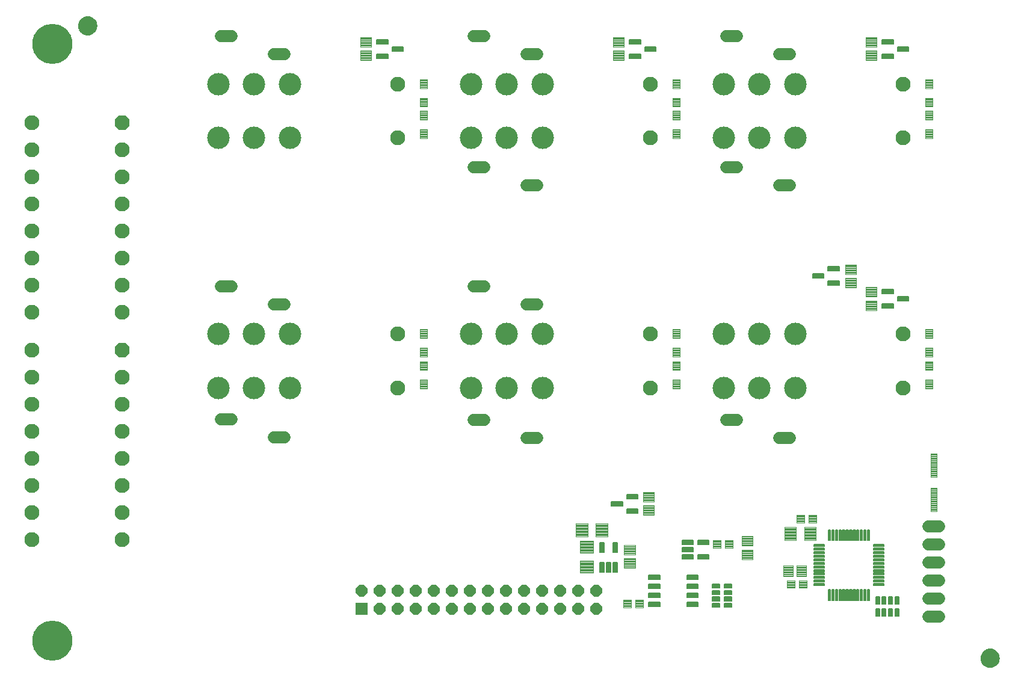
<source format=gts>
G75*
%MOIN*%
%OFA0B0*%
%FSLAX25Y25*%
%IPPOS*%
%LPD*%
%AMOC8*
5,1,8,0,0,1.08239X$1,22.5*
%
%ADD10C,0.13198*%
%ADD11OC8,0.06506*%
%ADD12R,0.06506X0.06506*%
%ADD13C,0.00454*%
%ADD14C,0.00504*%
%ADD15C,0.00504*%
%ADD16C,0.00457*%
%ADD17C,0.00414*%
%ADD18C,0.00594*%
%ADD19C,0.00514*%
%ADD20C,0.00468*%
%ADD21C,0.06506*%
%ADD22C,0.00500*%
%ADD23C,0.12411*%
%ADD24C,0.08277*%
%ADD25C,0.06600*%
%ADD26OC8,0.08277*%
%ADD27C,0.22254*%
D10*
X0137995Y0087673D03*
X0137995Y0418382D03*
D11*
X0309333Y0115232D03*
X0319333Y0115232D03*
X0329333Y0115232D03*
X0339333Y0115232D03*
X0349333Y0115232D03*
X0359333Y0115232D03*
X0369333Y0115232D03*
X0379333Y0115232D03*
X0389333Y0115232D03*
X0399333Y0115232D03*
X0409333Y0115232D03*
X0419333Y0115232D03*
X0429333Y0115232D03*
X0439333Y0115232D03*
X0439333Y0105232D03*
X0429333Y0105232D03*
X0419333Y0105232D03*
X0409333Y0105232D03*
X0399333Y0105232D03*
X0389333Y0105232D03*
X0379333Y0105232D03*
X0369333Y0105232D03*
X0359333Y0105232D03*
X0349333Y0105232D03*
X0339333Y0105232D03*
X0329333Y0105232D03*
X0319333Y0105232D03*
D12*
X0309333Y0105232D03*
D13*
X0454353Y0105979D02*
X0458829Y0105979D01*
X0454353Y0105979D02*
X0454353Y0110061D01*
X0458829Y0110061D01*
X0458829Y0105979D01*
X0458829Y0106432D02*
X0454353Y0106432D01*
X0454353Y0106885D02*
X0458829Y0106885D01*
X0458829Y0107338D02*
X0454353Y0107338D01*
X0454353Y0107791D02*
X0458829Y0107791D01*
X0458829Y0108244D02*
X0454353Y0108244D01*
X0454353Y0108697D02*
X0458829Y0108697D01*
X0458829Y0109150D02*
X0454353Y0109150D01*
X0454353Y0109603D02*
X0458829Y0109603D01*
X0458829Y0110056D02*
X0454353Y0110056D01*
X0461046Y0105979D02*
X0465522Y0105979D01*
X0461046Y0105979D02*
X0461046Y0110061D01*
X0465522Y0110061D01*
X0465522Y0105979D01*
X0465522Y0106432D02*
X0461046Y0106432D01*
X0461046Y0106885D02*
X0465522Y0106885D01*
X0465522Y0107338D02*
X0461046Y0107338D01*
X0461046Y0107791D02*
X0465522Y0107791D01*
X0465522Y0108244D02*
X0461046Y0108244D01*
X0461046Y0108697D02*
X0465522Y0108697D01*
X0465522Y0109150D02*
X0461046Y0109150D01*
X0461046Y0109603D02*
X0465522Y0109603D01*
X0465522Y0110056D02*
X0461046Y0110056D01*
X0504103Y0138979D02*
X0508579Y0138979D01*
X0504103Y0138979D02*
X0504103Y0143061D01*
X0508579Y0143061D01*
X0508579Y0138979D01*
X0508579Y0139432D02*
X0504103Y0139432D01*
X0504103Y0139885D02*
X0508579Y0139885D01*
X0508579Y0140338D02*
X0504103Y0140338D01*
X0504103Y0140791D02*
X0508579Y0140791D01*
X0508579Y0141244D02*
X0504103Y0141244D01*
X0504103Y0141697D02*
X0508579Y0141697D01*
X0508579Y0142150D02*
X0504103Y0142150D01*
X0504103Y0142603D02*
X0508579Y0142603D01*
X0508579Y0143056D02*
X0504103Y0143056D01*
X0510796Y0138979D02*
X0515272Y0138979D01*
X0510796Y0138979D02*
X0510796Y0143061D01*
X0515272Y0143061D01*
X0515272Y0138979D01*
X0515272Y0139432D02*
X0510796Y0139432D01*
X0510796Y0139885D02*
X0515272Y0139885D01*
X0515272Y0140338D02*
X0510796Y0140338D01*
X0510796Y0140791D02*
X0515272Y0140791D01*
X0515272Y0141244D02*
X0510796Y0141244D01*
X0510796Y0141697D02*
X0515272Y0141697D01*
X0515272Y0142150D02*
X0510796Y0142150D01*
X0510796Y0142603D02*
X0515272Y0142603D01*
X0515272Y0143056D02*
X0510796Y0143056D01*
X0545103Y0120811D02*
X0549579Y0120811D01*
X0549579Y0116729D01*
X0545103Y0116729D01*
X0545103Y0120811D01*
X0545103Y0117182D02*
X0549579Y0117182D01*
X0549579Y0117635D02*
X0545103Y0117635D01*
X0545103Y0118088D02*
X0549579Y0118088D01*
X0549579Y0118541D02*
X0545103Y0118541D01*
X0545103Y0118994D02*
X0549579Y0118994D01*
X0549579Y0119447D02*
X0545103Y0119447D01*
X0545103Y0119900D02*
X0549579Y0119900D01*
X0549579Y0120353D02*
X0545103Y0120353D01*
X0545103Y0120806D02*
X0549579Y0120806D01*
X0551796Y0120811D02*
X0556272Y0120811D01*
X0556272Y0116729D01*
X0551796Y0116729D01*
X0551796Y0120811D01*
X0551796Y0117182D02*
X0556272Y0117182D01*
X0556272Y0117635D02*
X0551796Y0117635D01*
X0551796Y0118088D02*
X0556272Y0118088D01*
X0556272Y0118541D02*
X0551796Y0118541D01*
X0551796Y0118994D02*
X0556272Y0118994D01*
X0556272Y0119447D02*
X0551796Y0119447D01*
X0551796Y0119900D02*
X0556272Y0119900D01*
X0556272Y0120353D02*
X0551796Y0120353D01*
X0551796Y0120806D02*
X0556272Y0120806D01*
X0557046Y0152979D02*
X0561522Y0152979D01*
X0557046Y0152979D02*
X0557046Y0157061D01*
X0561522Y0157061D01*
X0561522Y0152979D01*
X0561522Y0153432D02*
X0557046Y0153432D01*
X0557046Y0153885D02*
X0561522Y0153885D01*
X0561522Y0154338D02*
X0557046Y0154338D01*
X0557046Y0154791D02*
X0561522Y0154791D01*
X0561522Y0155244D02*
X0557046Y0155244D01*
X0557046Y0155697D02*
X0561522Y0155697D01*
X0561522Y0156150D02*
X0557046Y0156150D01*
X0557046Y0156603D02*
X0561522Y0156603D01*
X0561522Y0157056D02*
X0557046Y0157056D01*
X0554829Y0152979D02*
X0550353Y0152979D01*
X0550353Y0157061D01*
X0554829Y0157061D01*
X0554829Y0152979D01*
X0554829Y0153432D02*
X0550353Y0153432D01*
X0550353Y0153885D02*
X0554829Y0153885D01*
X0554829Y0154338D02*
X0550353Y0154338D01*
X0550353Y0154791D02*
X0554829Y0154791D01*
X0554829Y0155244D02*
X0550353Y0155244D01*
X0550353Y0155697D02*
X0554829Y0155697D01*
X0554829Y0156150D02*
X0550353Y0156150D01*
X0550353Y0156603D02*
X0554829Y0156603D01*
X0554829Y0157056D02*
X0550353Y0157056D01*
X0485729Y0227217D02*
X0485729Y0232087D01*
X0485729Y0227217D02*
X0481647Y0227217D01*
X0481647Y0232087D01*
X0485729Y0232087D01*
X0485729Y0227670D02*
X0481647Y0227670D01*
X0481647Y0228123D02*
X0485729Y0228123D01*
X0485729Y0228576D02*
X0481647Y0228576D01*
X0481647Y0229029D02*
X0485729Y0229029D01*
X0485729Y0229482D02*
X0481647Y0229482D01*
X0481647Y0229935D02*
X0485729Y0229935D01*
X0485729Y0230388D02*
X0481647Y0230388D01*
X0481647Y0230841D02*
X0485729Y0230841D01*
X0485729Y0231294D02*
X0481647Y0231294D01*
X0481647Y0231747D02*
X0485729Y0231747D01*
X0485729Y0237453D02*
X0485729Y0242323D01*
X0485729Y0237453D02*
X0481647Y0237453D01*
X0481647Y0242323D01*
X0485729Y0242323D01*
X0485729Y0237906D02*
X0481647Y0237906D01*
X0481647Y0238359D02*
X0485729Y0238359D01*
X0485729Y0238812D02*
X0481647Y0238812D01*
X0481647Y0239265D02*
X0485729Y0239265D01*
X0485729Y0239718D02*
X0481647Y0239718D01*
X0481647Y0240171D02*
X0485729Y0240171D01*
X0485729Y0240624D02*
X0481647Y0240624D01*
X0481647Y0241077D02*
X0485729Y0241077D01*
X0485729Y0241530D02*
X0481647Y0241530D01*
X0481647Y0241983D02*
X0485729Y0241983D01*
X0481647Y0244967D02*
X0481647Y0249837D01*
X0485729Y0249837D01*
X0485729Y0244967D01*
X0481647Y0244967D01*
X0481647Y0245420D02*
X0485729Y0245420D01*
X0485729Y0245873D02*
X0481647Y0245873D01*
X0481647Y0246326D02*
X0485729Y0246326D01*
X0485729Y0246779D02*
X0481647Y0246779D01*
X0481647Y0247232D02*
X0485729Y0247232D01*
X0485729Y0247685D02*
X0481647Y0247685D01*
X0481647Y0248138D02*
X0485729Y0248138D01*
X0485729Y0248591D02*
X0481647Y0248591D01*
X0481647Y0249044D02*
X0485729Y0249044D01*
X0485729Y0249497D02*
X0481647Y0249497D01*
X0481647Y0255203D02*
X0481647Y0260073D01*
X0485729Y0260073D01*
X0485729Y0255203D01*
X0481647Y0255203D01*
X0481647Y0255656D02*
X0485729Y0255656D01*
X0485729Y0256109D02*
X0481647Y0256109D01*
X0481647Y0256562D02*
X0485729Y0256562D01*
X0485729Y0257015D02*
X0481647Y0257015D01*
X0481647Y0257468D02*
X0485729Y0257468D01*
X0485729Y0257921D02*
X0481647Y0257921D01*
X0481647Y0258374D02*
X0485729Y0258374D01*
X0485729Y0258827D02*
X0481647Y0258827D01*
X0481647Y0259280D02*
X0485729Y0259280D01*
X0485729Y0259733D02*
X0481647Y0259733D01*
X0341647Y0260073D02*
X0341647Y0255203D01*
X0341647Y0260073D02*
X0345729Y0260073D01*
X0345729Y0255203D01*
X0341647Y0255203D01*
X0341647Y0255656D02*
X0345729Y0255656D01*
X0345729Y0256109D02*
X0341647Y0256109D01*
X0341647Y0256562D02*
X0345729Y0256562D01*
X0345729Y0257015D02*
X0341647Y0257015D01*
X0341647Y0257468D02*
X0345729Y0257468D01*
X0345729Y0257921D02*
X0341647Y0257921D01*
X0341647Y0258374D02*
X0345729Y0258374D01*
X0345729Y0258827D02*
X0341647Y0258827D01*
X0341647Y0259280D02*
X0345729Y0259280D01*
X0345729Y0259733D02*
X0341647Y0259733D01*
X0341647Y0249837D02*
X0341647Y0244967D01*
X0341647Y0249837D02*
X0345729Y0249837D01*
X0345729Y0244967D01*
X0341647Y0244967D01*
X0341647Y0245420D02*
X0345729Y0245420D01*
X0345729Y0245873D02*
X0341647Y0245873D01*
X0341647Y0246326D02*
X0345729Y0246326D01*
X0345729Y0246779D02*
X0341647Y0246779D01*
X0341647Y0247232D02*
X0345729Y0247232D01*
X0345729Y0247685D02*
X0341647Y0247685D01*
X0341647Y0248138D02*
X0345729Y0248138D01*
X0345729Y0248591D02*
X0341647Y0248591D01*
X0341647Y0249044D02*
X0345729Y0249044D01*
X0345729Y0249497D02*
X0341647Y0249497D01*
X0345729Y0242323D02*
X0345729Y0237453D01*
X0341647Y0237453D01*
X0341647Y0242323D01*
X0345729Y0242323D01*
X0345729Y0237906D02*
X0341647Y0237906D01*
X0341647Y0238359D02*
X0345729Y0238359D01*
X0345729Y0238812D02*
X0341647Y0238812D01*
X0341647Y0239265D02*
X0345729Y0239265D01*
X0345729Y0239718D02*
X0341647Y0239718D01*
X0341647Y0240171D02*
X0345729Y0240171D01*
X0345729Y0240624D02*
X0341647Y0240624D01*
X0341647Y0241077D02*
X0345729Y0241077D01*
X0345729Y0241530D02*
X0341647Y0241530D01*
X0341647Y0241983D02*
X0345729Y0241983D01*
X0345729Y0232087D02*
X0345729Y0227217D01*
X0341647Y0227217D01*
X0341647Y0232087D01*
X0345729Y0232087D01*
X0345729Y0227670D02*
X0341647Y0227670D01*
X0341647Y0228123D02*
X0345729Y0228123D01*
X0345729Y0228576D02*
X0341647Y0228576D01*
X0341647Y0229029D02*
X0345729Y0229029D01*
X0345729Y0229482D02*
X0341647Y0229482D01*
X0341647Y0229935D02*
X0345729Y0229935D01*
X0345729Y0230388D02*
X0341647Y0230388D01*
X0341647Y0230841D02*
X0345729Y0230841D01*
X0345729Y0231294D02*
X0341647Y0231294D01*
X0341647Y0231747D02*
X0345729Y0231747D01*
X0345729Y0365967D02*
X0345729Y0370837D01*
X0345729Y0365967D02*
X0341647Y0365967D01*
X0341647Y0370837D01*
X0345729Y0370837D01*
X0345729Y0366420D02*
X0341647Y0366420D01*
X0341647Y0366873D02*
X0345729Y0366873D01*
X0345729Y0367326D02*
X0341647Y0367326D01*
X0341647Y0367779D02*
X0345729Y0367779D01*
X0345729Y0368232D02*
X0341647Y0368232D01*
X0341647Y0368685D02*
X0345729Y0368685D01*
X0345729Y0369138D02*
X0341647Y0369138D01*
X0341647Y0369591D02*
X0345729Y0369591D01*
X0345729Y0370044D02*
X0341647Y0370044D01*
X0341647Y0370497D02*
X0345729Y0370497D01*
X0345729Y0376203D02*
X0345729Y0381073D01*
X0345729Y0376203D02*
X0341647Y0376203D01*
X0341647Y0381073D01*
X0345729Y0381073D01*
X0345729Y0376656D02*
X0341647Y0376656D01*
X0341647Y0377109D02*
X0345729Y0377109D01*
X0345729Y0377562D02*
X0341647Y0377562D01*
X0341647Y0378015D02*
X0345729Y0378015D01*
X0345729Y0378468D02*
X0341647Y0378468D01*
X0341647Y0378921D02*
X0345729Y0378921D01*
X0345729Y0379374D02*
X0341647Y0379374D01*
X0341647Y0379827D02*
X0345729Y0379827D01*
X0345729Y0380280D02*
X0341647Y0380280D01*
X0341647Y0380733D02*
X0345729Y0380733D01*
X0341647Y0383467D02*
X0341647Y0388337D01*
X0345729Y0388337D01*
X0345729Y0383467D01*
X0341647Y0383467D01*
X0341647Y0383920D02*
X0345729Y0383920D01*
X0345729Y0384373D02*
X0341647Y0384373D01*
X0341647Y0384826D02*
X0345729Y0384826D01*
X0345729Y0385279D02*
X0341647Y0385279D01*
X0341647Y0385732D02*
X0345729Y0385732D01*
X0345729Y0386185D02*
X0341647Y0386185D01*
X0341647Y0386638D02*
X0345729Y0386638D01*
X0345729Y0387091D02*
X0341647Y0387091D01*
X0341647Y0387544D02*
X0345729Y0387544D01*
X0345729Y0387997D02*
X0341647Y0387997D01*
X0341647Y0393703D02*
X0341647Y0398573D01*
X0345729Y0398573D01*
X0345729Y0393703D01*
X0341647Y0393703D01*
X0341647Y0394156D02*
X0345729Y0394156D01*
X0345729Y0394609D02*
X0341647Y0394609D01*
X0341647Y0395062D02*
X0345729Y0395062D01*
X0345729Y0395515D02*
X0341647Y0395515D01*
X0341647Y0395968D02*
X0345729Y0395968D01*
X0345729Y0396421D02*
X0341647Y0396421D01*
X0341647Y0396874D02*
X0345729Y0396874D01*
X0345729Y0397327D02*
X0341647Y0397327D01*
X0341647Y0397780D02*
X0345729Y0397780D01*
X0345729Y0398233D02*
X0341647Y0398233D01*
X0481647Y0398573D02*
X0481647Y0393703D01*
X0481647Y0398573D02*
X0485729Y0398573D01*
X0485729Y0393703D01*
X0481647Y0393703D01*
X0481647Y0394156D02*
X0485729Y0394156D01*
X0485729Y0394609D02*
X0481647Y0394609D01*
X0481647Y0395062D02*
X0485729Y0395062D01*
X0485729Y0395515D02*
X0481647Y0395515D01*
X0481647Y0395968D02*
X0485729Y0395968D01*
X0485729Y0396421D02*
X0481647Y0396421D01*
X0481647Y0396874D02*
X0485729Y0396874D01*
X0485729Y0397327D02*
X0481647Y0397327D01*
X0481647Y0397780D02*
X0485729Y0397780D01*
X0485729Y0398233D02*
X0481647Y0398233D01*
X0481647Y0388337D02*
X0481647Y0383467D01*
X0481647Y0388337D02*
X0485729Y0388337D01*
X0485729Y0383467D01*
X0481647Y0383467D01*
X0481647Y0383920D02*
X0485729Y0383920D01*
X0485729Y0384373D02*
X0481647Y0384373D01*
X0481647Y0384826D02*
X0485729Y0384826D01*
X0485729Y0385279D02*
X0481647Y0385279D01*
X0481647Y0385732D02*
X0485729Y0385732D01*
X0485729Y0386185D02*
X0481647Y0386185D01*
X0481647Y0386638D02*
X0485729Y0386638D01*
X0485729Y0387091D02*
X0481647Y0387091D01*
X0481647Y0387544D02*
X0485729Y0387544D01*
X0485729Y0387997D02*
X0481647Y0387997D01*
X0485729Y0381073D02*
X0485729Y0376203D01*
X0481647Y0376203D01*
X0481647Y0381073D01*
X0485729Y0381073D01*
X0485729Y0376656D02*
X0481647Y0376656D01*
X0481647Y0377109D02*
X0485729Y0377109D01*
X0485729Y0377562D02*
X0481647Y0377562D01*
X0481647Y0378015D02*
X0485729Y0378015D01*
X0485729Y0378468D02*
X0481647Y0378468D01*
X0481647Y0378921D02*
X0485729Y0378921D01*
X0485729Y0379374D02*
X0481647Y0379374D01*
X0481647Y0379827D02*
X0485729Y0379827D01*
X0485729Y0380280D02*
X0481647Y0380280D01*
X0481647Y0380733D02*
X0485729Y0380733D01*
X0485729Y0370837D02*
X0485729Y0365967D01*
X0481647Y0365967D01*
X0481647Y0370837D01*
X0485729Y0370837D01*
X0485729Y0366420D02*
X0481647Y0366420D01*
X0481647Y0366873D02*
X0485729Y0366873D01*
X0485729Y0367326D02*
X0481647Y0367326D01*
X0481647Y0367779D02*
X0485729Y0367779D01*
X0485729Y0368232D02*
X0481647Y0368232D01*
X0481647Y0368685D02*
X0485729Y0368685D01*
X0485729Y0369138D02*
X0481647Y0369138D01*
X0481647Y0369591D02*
X0485729Y0369591D01*
X0485729Y0370044D02*
X0481647Y0370044D01*
X0481647Y0370497D02*
X0485729Y0370497D01*
X0625729Y0370837D02*
X0625729Y0365967D01*
X0621647Y0365967D01*
X0621647Y0370837D01*
X0625729Y0370837D01*
X0625729Y0366420D02*
X0621647Y0366420D01*
X0621647Y0366873D02*
X0625729Y0366873D01*
X0625729Y0367326D02*
X0621647Y0367326D01*
X0621647Y0367779D02*
X0625729Y0367779D01*
X0625729Y0368232D02*
X0621647Y0368232D01*
X0621647Y0368685D02*
X0625729Y0368685D01*
X0625729Y0369138D02*
X0621647Y0369138D01*
X0621647Y0369591D02*
X0625729Y0369591D01*
X0625729Y0370044D02*
X0621647Y0370044D01*
X0621647Y0370497D02*
X0625729Y0370497D01*
X0625729Y0376203D02*
X0625729Y0381073D01*
X0625729Y0376203D02*
X0621647Y0376203D01*
X0621647Y0381073D01*
X0625729Y0381073D01*
X0625729Y0376656D02*
X0621647Y0376656D01*
X0621647Y0377109D02*
X0625729Y0377109D01*
X0625729Y0377562D02*
X0621647Y0377562D01*
X0621647Y0378015D02*
X0625729Y0378015D01*
X0625729Y0378468D02*
X0621647Y0378468D01*
X0621647Y0378921D02*
X0625729Y0378921D01*
X0625729Y0379374D02*
X0621647Y0379374D01*
X0621647Y0379827D02*
X0625729Y0379827D01*
X0625729Y0380280D02*
X0621647Y0380280D01*
X0621647Y0380733D02*
X0625729Y0380733D01*
X0621647Y0383467D02*
X0621647Y0388337D01*
X0625729Y0388337D01*
X0625729Y0383467D01*
X0621647Y0383467D01*
X0621647Y0383920D02*
X0625729Y0383920D01*
X0625729Y0384373D02*
X0621647Y0384373D01*
X0621647Y0384826D02*
X0625729Y0384826D01*
X0625729Y0385279D02*
X0621647Y0385279D01*
X0621647Y0385732D02*
X0625729Y0385732D01*
X0625729Y0386185D02*
X0621647Y0386185D01*
X0621647Y0386638D02*
X0625729Y0386638D01*
X0625729Y0387091D02*
X0621647Y0387091D01*
X0621647Y0387544D02*
X0625729Y0387544D01*
X0625729Y0387997D02*
X0621647Y0387997D01*
X0621647Y0393703D02*
X0621647Y0398573D01*
X0625729Y0398573D01*
X0625729Y0393703D01*
X0621647Y0393703D01*
X0621647Y0394156D02*
X0625729Y0394156D01*
X0625729Y0394609D02*
X0621647Y0394609D01*
X0621647Y0395062D02*
X0625729Y0395062D01*
X0625729Y0395515D02*
X0621647Y0395515D01*
X0621647Y0395968D02*
X0625729Y0395968D01*
X0625729Y0396421D02*
X0621647Y0396421D01*
X0621647Y0396874D02*
X0625729Y0396874D01*
X0625729Y0397327D02*
X0621647Y0397327D01*
X0621647Y0397780D02*
X0625729Y0397780D01*
X0625729Y0398233D02*
X0621647Y0398233D01*
X0621647Y0260073D02*
X0621647Y0255203D01*
X0621647Y0260073D02*
X0625729Y0260073D01*
X0625729Y0255203D01*
X0621647Y0255203D01*
X0621647Y0255656D02*
X0625729Y0255656D01*
X0625729Y0256109D02*
X0621647Y0256109D01*
X0621647Y0256562D02*
X0625729Y0256562D01*
X0625729Y0257015D02*
X0621647Y0257015D01*
X0621647Y0257468D02*
X0625729Y0257468D01*
X0625729Y0257921D02*
X0621647Y0257921D01*
X0621647Y0258374D02*
X0625729Y0258374D01*
X0625729Y0258827D02*
X0621647Y0258827D01*
X0621647Y0259280D02*
X0625729Y0259280D01*
X0625729Y0259733D02*
X0621647Y0259733D01*
X0621647Y0249837D02*
X0621647Y0244967D01*
X0621647Y0249837D02*
X0625729Y0249837D01*
X0625729Y0244967D01*
X0621647Y0244967D01*
X0621647Y0245420D02*
X0625729Y0245420D01*
X0625729Y0245873D02*
X0621647Y0245873D01*
X0621647Y0246326D02*
X0625729Y0246326D01*
X0625729Y0246779D02*
X0621647Y0246779D01*
X0621647Y0247232D02*
X0625729Y0247232D01*
X0625729Y0247685D02*
X0621647Y0247685D01*
X0621647Y0248138D02*
X0625729Y0248138D01*
X0625729Y0248591D02*
X0621647Y0248591D01*
X0621647Y0249044D02*
X0625729Y0249044D01*
X0625729Y0249497D02*
X0621647Y0249497D01*
X0625729Y0242323D02*
X0625729Y0237453D01*
X0621647Y0237453D01*
X0621647Y0242323D01*
X0625729Y0242323D01*
X0625729Y0237906D02*
X0621647Y0237906D01*
X0621647Y0238359D02*
X0625729Y0238359D01*
X0625729Y0238812D02*
X0621647Y0238812D01*
X0621647Y0239265D02*
X0625729Y0239265D01*
X0625729Y0239718D02*
X0621647Y0239718D01*
X0621647Y0240171D02*
X0625729Y0240171D01*
X0625729Y0240624D02*
X0621647Y0240624D01*
X0621647Y0241077D02*
X0625729Y0241077D01*
X0625729Y0241530D02*
X0621647Y0241530D01*
X0621647Y0241983D02*
X0625729Y0241983D01*
X0625729Y0232087D02*
X0625729Y0227217D01*
X0621647Y0227217D01*
X0621647Y0232087D01*
X0625729Y0232087D01*
X0625729Y0227670D02*
X0621647Y0227670D01*
X0621647Y0228123D02*
X0625729Y0228123D01*
X0625729Y0228576D02*
X0621647Y0228576D01*
X0621647Y0229029D02*
X0625729Y0229029D01*
X0625729Y0229482D02*
X0621647Y0229482D01*
X0621647Y0229935D02*
X0625729Y0229935D01*
X0625729Y0230388D02*
X0621647Y0230388D01*
X0621647Y0230841D02*
X0625729Y0230841D01*
X0625729Y0231294D02*
X0621647Y0231294D01*
X0621647Y0231747D02*
X0625729Y0231747D01*
D14*
X0495917Y0124018D02*
X0489719Y0124018D01*
X0495917Y0124018D02*
X0495917Y0121560D01*
X0489719Y0121560D01*
X0489719Y0124018D01*
X0489719Y0122063D02*
X0495917Y0122063D01*
X0495917Y0122566D02*
X0489719Y0122566D01*
X0489719Y0123069D02*
X0495917Y0123069D01*
X0495917Y0123572D02*
X0489719Y0123572D01*
X0489719Y0119018D02*
X0495917Y0119018D01*
X0495917Y0116560D01*
X0489719Y0116560D01*
X0489719Y0119018D01*
X0489719Y0117063D02*
X0495917Y0117063D01*
X0495917Y0117566D02*
X0489719Y0117566D01*
X0489719Y0118069D02*
X0495917Y0118069D01*
X0495917Y0118572D02*
X0489719Y0118572D01*
X0489719Y0114018D02*
X0495917Y0114018D01*
X0495917Y0111560D01*
X0489719Y0111560D01*
X0489719Y0114018D01*
X0489719Y0112063D02*
X0495917Y0112063D01*
X0495917Y0112566D02*
X0489719Y0112566D01*
X0489719Y0113069D02*
X0495917Y0113069D01*
X0495917Y0113572D02*
X0489719Y0113572D01*
X0489719Y0109018D02*
X0495917Y0109018D01*
X0495917Y0106560D01*
X0489719Y0106560D01*
X0489719Y0109018D01*
X0489719Y0107063D02*
X0495917Y0107063D01*
X0495917Y0107566D02*
X0489719Y0107566D01*
X0489719Y0108069D02*
X0495917Y0108069D01*
X0495917Y0108572D02*
X0489719Y0108572D01*
X0474657Y0109018D02*
X0468459Y0109018D01*
X0474657Y0109018D02*
X0474657Y0106560D01*
X0468459Y0106560D01*
X0468459Y0109018D01*
X0468459Y0107063D02*
X0474657Y0107063D01*
X0474657Y0107566D02*
X0468459Y0107566D01*
X0468459Y0108069D02*
X0474657Y0108069D01*
X0474657Y0108572D02*
X0468459Y0108572D01*
X0468459Y0114018D02*
X0474657Y0114018D01*
X0474657Y0111560D01*
X0468459Y0111560D01*
X0468459Y0114018D01*
X0468459Y0112063D02*
X0474657Y0112063D01*
X0474657Y0112566D02*
X0468459Y0112566D01*
X0468459Y0113069D02*
X0474657Y0113069D01*
X0474657Y0113572D02*
X0468459Y0113572D01*
X0468459Y0119018D02*
X0474657Y0119018D01*
X0474657Y0116560D01*
X0468459Y0116560D01*
X0468459Y0119018D01*
X0468459Y0117063D02*
X0474657Y0117063D01*
X0474657Y0117566D02*
X0468459Y0117566D01*
X0468459Y0118069D02*
X0474657Y0118069D01*
X0474657Y0118572D02*
X0468459Y0118572D01*
X0468459Y0124018D02*
X0474657Y0124018D01*
X0474657Y0121560D01*
X0468459Y0121560D01*
X0468459Y0124018D01*
X0468459Y0122063D02*
X0474657Y0122063D01*
X0474657Y0122566D02*
X0468459Y0122566D01*
X0468459Y0123069D02*
X0474657Y0123069D01*
X0474657Y0123572D02*
X0468459Y0123572D01*
D15*
X0451036Y0125722D02*
X0451036Y0131018D01*
X0451036Y0125722D02*
X0448740Y0125722D01*
X0448740Y0131018D01*
X0451036Y0131018D01*
X0451036Y0126225D02*
X0448740Y0126225D01*
X0448740Y0126728D02*
X0451036Y0126728D01*
X0451036Y0127231D02*
X0448740Y0127231D01*
X0448740Y0127734D02*
X0451036Y0127734D01*
X0451036Y0128237D02*
X0448740Y0128237D01*
X0448740Y0128740D02*
X0451036Y0128740D01*
X0451036Y0129243D02*
X0448740Y0129243D01*
X0448740Y0129746D02*
X0451036Y0129746D01*
X0451036Y0130249D02*
X0448740Y0130249D01*
X0448740Y0130752D02*
X0451036Y0130752D01*
X0447336Y0131018D02*
X0447336Y0125722D01*
X0445040Y0125722D01*
X0445040Y0131018D01*
X0447336Y0131018D01*
X0447336Y0126225D02*
X0445040Y0126225D01*
X0445040Y0126728D02*
X0447336Y0126728D01*
X0447336Y0127231D02*
X0445040Y0127231D01*
X0445040Y0127734D02*
X0447336Y0127734D01*
X0447336Y0128237D02*
X0445040Y0128237D01*
X0445040Y0128740D02*
X0447336Y0128740D01*
X0447336Y0129243D02*
X0445040Y0129243D01*
X0445040Y0129746D02*
X0447336Y0129746D01*
X0447336Y0130249D02*
X0445040Y0130249D01*
X0445040Y0130752D02*
X0447336Y0130752D01*
X0443636Y0131018D02*
X0443636Y0125722D01*
X0441340Y0125722D01*
X0441340Y0131018D01*
X0443636Y0131018D01*
X0443636Y0126225D02*
X0441340Y0126225D01*
X0441340Y0126728D02*
X0443636Y0126728D01*
X0443636Y0127231D02*
X0441340Y0127231D01*
X0441340Y0127734D02*
X0443636Y0127734D01*
X0443636Y0128237D02*
X0441340Y0128237D01*
X0441340Y0128740D02*
X0443636Y0128740D01*
X0443636Y0129243D02*
X0441340Y0129243D01*
X0441340Y0129746D02*
X0443636Y0129746D01*
X0443636Y0130249D02*
X0441340Y0130249D01*
X0441340Y0130752D02*
X0443636Y0130752D01*
X0443636Y0136522D02*
X0443636Y0141818D01*
X0443636Y0136522D02*
X0441340Y0136522D01*
X0441340Y0141818D01*
X0443636Y0141818D01*
X0443636Y0137025D02*
X0441340Y0137025D01*
X0441340Y0137528D02*
X0443636Y0137528D01*
X0443636Y0138031D02*
X0441340Y0138031D01*
X0441340Y0138534D02*
X0443636Y0138534D01*
X0443636Y0139037D02*
X0441340Y0139037D01*
X0441340Y0139540D02*
X0443636Y0139540D01*
X0443636Y0140043D02*
X0441340Y0140043D01*
X0441340Y0140546D02*
X0443636Y0140546D01*
X0443636Y0141049D02*
X0441340Y0141049D01*
X0441340Y0141552D02*
X0443636Y0141552D01*
X0451036Y0141818D02*
X0451036Y0136522D01*
X0448740Y0136522D01*
X0448740Y0141818D01*
X0451036Y0141818D01*
X0451036Y0137025D02*
X0448740Y0137025D01*
X0448740Y0137528D02*
X0451036Y0137528D01*
X0451036Y0138031D02*
X0448740Y0138031D01*
X0448740Y0138534D02*
X0451036Y0138534D01*
X0451036Y0139037D02*
X0448740Y0139037D01*
X0448740Y0139540D02*
X0451036Y0139540D01*
X0451036Y0140043D02*
X0448740Y0140043D01*
X0448740Y0140546D02*
X0451036Y0140546D01*
X0451036Y0141049D02*
X0448740Y0141049D01*
X0448740Y0141552D02*
X0451036Y0141552D01*
X0456390Y0160418D02*
X0462486Y0160418D01*
X0462486Y0158122D01*
X0456390Y0158122D01*
X0456390Y0160418D01*
X0456390Y0158625D02*
X0462486Y0158625D01*
X0462486Y0159128D02*
X0456390Y0159128D01*
X0456390Y0159631D02*
X0462486Y0159631D01*
X0462486Y0160134D02*
X0456390Y0160134D01*
X0453986Y0164418D02*
X0447890Y0164418D01*
X0453986Y0164418D02*
X0453986Y0162122D01*
X0447890Y0162122D01*
X0447890Y0164418D01*
X0447890Y0162625D02*
X0453986Y0162625D01*
X0453986Y0163128D02*
X0447890Y0163128D01*
X0447890Y0163631D02*
X0453986Y0163631D01*
X0453986Y0164134D02*
X0447890Y0164134D01*
X0456390Y0168418D02*
X0462486Y0168418D01*
X0462486Y0166122D01*
X0456390Y0166122D01*
X0456390Y0168418D01*
X0456390Y0166625D02*
X0462486Y0166625D01*
X0462486Y0167128D02*
X0456390Y0167128D01*
X0456390Y0167631D02*
X0462486Y0167631D01*
X0462486Y0168134D02*
X0456390Y0168134D01*
X0487140Y0140872D02*
X0493236Y0140872D01*
X0487140Y0140872D02*
X0487140Y0143168D01*
X0493236Y0143168D01*
X0493236Y0140872D01*
X0493236Y0141375D02*
X0487140Y0141375D01*
X0487140Y0141878D02*
X0493236Y0141878D01*
X0493236Y0142381D02*
X0487140Y0142381D01*
X0487140Y0142884D02*
X0493236Y0142884D01*
X0495640Y0140872D02*
X0501736Y0140872D01*
X0495640Y0140872D02*
X0495640Y0143168D01*
X0501736Y0143168D01*
X0501736Y0140872D01*
X0501736Y0141375D02*
X0495640Y0141375D01*
X0495640Y0141878D02*
X0501736Y0141878D01*
X0501736Y0142381D02*
X0495640Y0142381D01*
X0495640Y0142884D02*
X0501736Y0142884D01*
X0493236Y0136872D02*
X0487140Y0136872D01*
X0487140Y0139168D01*
X0493236Y0139168D01*
X0493236Y0136872D01*
X0493236Y0137375D02*
X0487140Y0137375D01*
X0487140Y0137878D02*
X0493236Y0137878D01*
X0493236Y0138381D02*
X0487140Y0138381D01*
X0487140Y0138884D02*
X0493236Y0138884D01*
X0493236Y0132872D02*
X0487140Y0132872D01*
X0487140Y0135168D01*
X0493236Y0135168D01*
X0493236Y0132872D01*
X0493236Y0133375D02*
X0487140Y0133375D01*
X0487140Y0133878D02*
X0493236Y0133878D01*
X0493236Y0134381D02*
X0487140Y0134381D01*
X0487140Y0134884D02*
X0493236Y0134884D01*
X0495640Y0132872D02*
X0501736Y0132872D01*
X0495640Y0132872D02*
X0495640Y0135168D01*
X0501736Y0135168D01*
X0501736Y0132872D01*
X0501736Y0133375D02*
X0495640Y0133375D01*
X0495640Y0133878D02*
X0501736Y0133878D01*
X0501736Y0134381D02*
X0495640Y0134381D01*
X0495640Y0134884D02*
X0501736Y0134884D01*
X0597890Y0271872D02*
X0603986Y0271872D01*
X0597890Y0271872D02*
X0597890Y0274168D01*
X0603986Y0274168D01*
X0603986Y0271872D01*
X0603986Y0272375D02*
X0597890Y0272375D01*
X0597890Y0272878D02*
X0603986Y0272878D01*
X0603986Y0273381D02*
X0597890Y0273381D01*
X0597890Y0273884D02*
X0603986Y0273884D01*
X0606390Y0275872D02*
X0612486Y0275872D01*
X0606390Y0275872D02*
X0606390Y0278168D01*
X0612486Y0278168D01*
X0612486Y0275872D01*
X0612486Y0276375D02*
X0606390Y0276375D01*
X0606390Y0276878D02*
X0612486Y0276878D01*
X0612486Y0277381D02*
X0606390Y0277381D01*
X0606390Y0277884D02*
X0612486Y0277884D01*
X0603986Y0279872D02*
X0597890Y0279872D01*
X0597890Y0282168D01*
X0603986Y0282168D01*
X0603986Y0279872D01*
X0603986Y0280375D02*
X0597890Y0280375D01*
X0597890Y0280878D02*
X0603986Y0280878D01*
X0603986Y0281381D02*
X0597890Y0281381D01*
X0597890Y0281884D02*
X0603986Y0281884D01*
X0573986Y0286918D02*
X0567890Y0286918D01*
X0573986Y0286918D02*
X0573986Y0284622D01*
X0567890Y0284622D01*
X0567890Y0286918D01*
X0567890Y0285125D02*
X0573986Y0285125D01*
X0573986Y0285628D02*
X0567890Y0285628D01*
X0567890Y0286131D02*
X0573986Y0286131D01*
X0573986Y0286634D02*
X0567890Y0286634D01*
X0565486Y0290918D02*
X0559390Y0290918D01*
X0565486Y0290918D02*
X0565486Y0288622D01*
X0559390Y0288622D01*
X0559390Y0290918D01*
X0559390Y0289125D02*
X0565486Y0289125D01*
X0565486Y0289628D02*
X0559390Y0289628D01*
X0559390Y0290131D02*
X0565486Y0290131D01*
X0565486Y0290634D02*
X0559390Y0290634D01*
X0567890Y0294918D02*
X0573986Y0294918D01*
X0573986Y0292622D01*
X0567890Y0292622D01*
X0567890Y0294918D01*
X0567890Y0293125D02*
X0573986Y0293125D01*
X0573986Y0293628D02*
X0567890Y0293628D01*
X0567890Y0294131D02*
X0573986Y0294131D01*
X0573986Y0294634D02*
X0567890Y0294634D01*
X0597890Y0410372D02*
X0603986Y0410372D01*
X0597890Y0410372D02*
X0597890Y0412668D01*
X0603986Y0412668D01*
X0603986Y0410372D01*
X0603986Y0410875D02*
X0597890Y0410875D01*
X0597890Y0411378D02*
X0603986Y0411378D01*
X0603986Y0411881D02*
X0597890Y0411881D01*
X0597890Y0412384D02*
X0603986Y0412384D01*
X0606390Y0414372D02*
X0612486Y0414372D01*
X0606390Y0414372D02*
X0606390Y0416668D01*
X0612486Y0416668D01*
X0612486Y0414372D01*
X0612486Y0414875D02*
X0606390Y0414875D01*
X0606390Y0415378D02*
X0612486Y0415378D01*
X0612486Y0415881D02*
X0606390Y0415881D01*
X0606390Y0416384D02*
X0612486Y0416384D01*
X0603986Y0418372D02*
X0597890Y0418372D01*
X0597890Y0420668D01*
X0603986Y0420668D01*
X0603986Y0418372D01*
X0603986Y0418875D02*
X0597890Y0418875D01*
X0597890Y0419378D02*
X0603986Y0419378D01*
X0603986Y0419881D02*
X0597890Y0419881D01*
X0597890Y0420384D02*
X0603986Y0420384D01*
X0472486Y0414372D02*
X0466390Y0414372D01*
X0466390Y0416668D01*
X0472486Y0416668D01*
X0472486Y0414372D01*
X0472486Y0414875D02*
X0466390Y0414875D01*
X0466390Y0415378D02*
X0472486Y0415378D01*
X0472486Y0415881D02*
X0466390Y0415881D01*
X0466390Y0416384D02*
X0472486Y0416384D01*
X0463986Y0418372D02*
X0457890Y0418372D01*
X0457890Y0420668D01*
X0463986Y0420668D01*
X0463986Y0418372D01*
X0463986Y0418875D02*
X0457890Y0418875D01*
X0457890Y0419378D02*
X0463986Y0419378D01*
X0463986Y0419881D02*
X0457890Y0419881D01*
X0457890Y0420384D02*
X0463986Y0420384D01*
X0463986Y0410372D02*
X0457890Y0410372D01*
X0457890Y0412668D01*
X0463986Y0412668D01*
X0463986Y0410372D01*
X0463986Y0410875D02*
X0457890Y0410875D01*
X0457890Y0411378D02*
X0463986Y0411378D01*
X0463986Y0411881D02*
X0457890Y0411881D01*
X0457890Y0412384D02*
X0463986Y0412384D01*
X0332486Y0414372D02*
X0326390Y0414372D01*
X0326390Y0416668D01*
X0332486Y0416668D01*
X0332486Y0414372D01*
X0332486Y0414875D02*
X0326390Y0414875D01*
X0326390Y0415378D02*
X0332486Y0415378D01*
X0332486Y0415881D02*
X0326390Y0415881D01*
X0326390Y0416384D02*
X0332486Y0416384D01*
X0323986Y0418372D02*
X0317890Y0418372D01*
X0317890Y0420668D01*
X0323986Y0420668D01*
X0323986Y0418372D01*
X0323986Y0418875D02*
X0317890Y0418875D01*
X0317890Y0419378D02*
X0323986Y0419378D01*
X0323986Y0419881D02*
X0317890Y0419881D01*
X0317890Y0420384D02*
X0323986Y0420384D01*
X0323986Y0410372D02*
X0317890Y0410372D01*
X0317890Y0412668D01*
X0323986Y0412668D01*
X0323986Y0410372D01*
X0323986Y0410875D02*
X0317890Y0410875D01*
X0317890Y0411378D02*
X0323986Y0411378D01*
X0323986Y0411881D02*
X0317890Y0411881D01*
X0317890Y0412384D02*
X0323986Y0412384D01*
D16*
X0308663Y0414411D02*
X0308663Y0409149D01*
X0308663Y0414411D02*
X0314713Y0414411D01*
X0314713Y0409149D01*
X0308663Y0409149D01*
X0308663Y0409605D02*
X0314713Y0409605D01*
X0314713Y0410061D02*
X0308663Y0410061D01*
X0308663Y0410517D02*
X0314713Y0410517D01*
X0314713Y0410973D02*
X0308663Y0410973D01*
X0308663Y0411429D02*
X0314713Y0411429D01*
X0314713Y0411885D02*
X0308663Y0411885D01*
X0308663Y0412341D02*
X0314713Y0412341D01*
X0314713Y0412797D02*
X0308663Y0412797D01*
X0308663Y0413253D02*
X0314713Y0413253D01*
X0314713Y0413709D02*
X0308663Y0413709D01*
X0308663Y0414165D02*
X0314713Y0414165D01*
X0308663Y0416629D02*
X0308663Y0421891D01*
X0314713Y0421891D01*
X0314713Y0416629D01*
X0308663Y0416629D01*
X0308663Y0417085D02*
X0314713Y0417085D01*
X0314713Y0417541D02*
X0308663Y0417541D01*
X0308663Y0417997D02*
X0314713Y0417997D01*
X0314713Y0418453D02*
X0308663Y0418453D01*
X0308663Y0418909D02*
X0314713Y0418909D01*
X0314713Y0419365D02*
X0308663Y0419365D01*
X0308663Y0419821D02*
X0314713Y0419821D01*
X0314713Y0420277D02*
X0308663Y0420277D01*
X0308663Y0420733D02*
X0314713Y0420733D01*
X0314713Y0421189D02*
X0308663Y0421189D01*
X0308663Y0421645D02*
X0314713Y0421645D01*
X0448663Y0421891D02*
X0448663Y0416629D01*
X0448663Y0421891D02*
X0454713Y0421891D01*
X0454713Y0416629D01*
X0448663Y0416629D01*
X0448663Y0417085D02*
X0454713Y0417085D01*
X0454713Y0417541D02*
X0448663Y0417541D01*
X0448663Y0417997D02*
X0454713Y0417997D01*
X0454713Y0418453D02*
X0448663Y0418453D01*
X0448663Y0418909D02*
X0454713Y0418909D01*
X0454713Y0419365D02*
X0448663Y0419365D01*
X0448663Y0419821D02*
X0454713Y0419821D01*
X0454713Y0420277D02*
X0448663Y0420277D01*
X0448663Y0420733D02*
X0454713Y0420733D01*
X0454713Y0421189D02*
X0448663Y0421189D01*
X0448663Y0421645D02*
X0454713Y0421645D01*
X0448663Y0414411D02*
X0448663Y0409149D01*
X0448663Y0414411D02*
X0454713Y0414411D01*
X0454713Y0409149D01*
X0448663Y0409149D01*
X0448663Y0409605D02*
X0454713Y0409605D01*
X0454713Y0410061D02*
X0448663Y0410061D01*
X0448663Y0410517D02*
X0454713Y0410517D01*
X0454713Y0410973D02*
X0448663Y0410973D01*
X0448663Y0411429D02*
X0454713Y0411429D01*
X0454713Y0411885D02*
X0448663Y0411885D01*
X0448663Y0412341D02*
X0454713Y0412341D01*
X0454713Y0412797D02*
X0448663Y0412797D01*
X0448663Y0413253D02*
X0454713Y0413253D01*
X0454713Y0413709D02*
X0448663Y0413709D01*
X0448663Y0414165D02*
X0454713Y0414165D01*
X0588663Y0414411D02*
X0588663Y0409149D01*
X0588663Y0414411D02*
X0594713Y0414411D01*
X0594713Y0409149D01*
X0588663Y0409149D01*
X0588663Y0409605D02*
X0594713Y0409605D01*
X0594713Y0410061D02*
X0588663Y0410061D01*
X0588663Y0410517D02*
X0594713Y0410517D01*
X0594713Y0410973D02*
X0588663Y0410973D01*
X0588663Y0411429D02*
X0594713Y0411429D01*
X0594713Y0411885D02*
X0588663Y0411885D01*
X0588663Y0412341D02*
X0594713Y0412341D01*
X0594713Y0412797D02*
X0588663Y0412797D01*
X0588663Y0413253D02*
X0594713Y0413253D01*
X0594713Y0413709D02*
X0588663Y0413709D01*
X0588663Y0414165D02*
X0594713Y0414165D01*
X0588663Y0416629D02*
X0588663Y0421891D01*
X0594713Y0421891D01*
X0594713Y0416629D01*
X0588663Y0416629D01*
X0588663Y0417085D02*
X0594713Y0417085D01*
X0594713Y0417541D02*
X0588663Y0417541D01*
X0588663Y0417997D02*
X0594713Y0417997D01*
X0594713Y0418453D02*
X0588663Y0418453D01*
X0588663Y0418909D02*
X0594713Y0418909D01*
X0594713Y0419365D02*
X0588663Y0419365D01*
X0588663Y0419821D02*
X0594713Y0419821D01*
X0594713Y0420277D02*
X0588663Y0420277D01*
X0588663Y0420733D02*
X0594713Y0420733D01*
X0594713Y0421189D02*
X0588663Y0421189D01*
X0588663Y0421645D02*
X0594713Y0421645D01*
X0583463Y0295891D02*
X0583463Y0290629D01*
X0577413Y0290629D01*
X0577413Y0295891D01*
X0583463Y0295891D01*
X0583463Y0291085D02*
X0577413Y0291085D01*
X0577413Y0291541D02*
X0583463Y0291541D01*
X0583463Y0291997D02*
X0577413Y0291997D01*
X0577413Y0292453D02*
X0583463Y0292453D01*
X0583463Y0292909D02*
X0577413Y0292909D01*
X0577413Y0293365D02*
X0583463Y0293365D01*
X0583463Y0293821D02*
X0577413Y0293821D01*
X0577413Y0294277D02*
X0583463Y0294277D01*
X0583463Y0294733D02*
X0577413Y0294733D01*
X0577413Y0295189D02*
X0583463Y0295189D01*
X0583463Y0295645D02*
X0577413Y0295645D01*
X0583463Y0288411D02*
X0583463Y0283149D01*
X0577413Y0283149D01*
X0577413Y0288411D01*
X0583463Y0288411D01*
X0583463Y0283605D02*
X0577413Y0283605D01*
X0577413Y0284061D02*
X0583463Y0284061D01*
X0583463Y0284517D02*
X0577413Y0284517D01*
X0577413Y0284973D02*
X0583463Y0284973D01*
X0583463Y0285429D02*
X0577413Y0285429D01*
X0577413Y0285885D02*
X0583463Y0285885D01*
X0583463Y0286341D02*
X0577413Y0286341D01*
X0577413Y0286797D02*
X0583463Y0286797D01*
X0583463Y0287253D02*
X0577413Y0287253D01*
X0577413Y0287709D02*
X0583463Y0287709D01*
X0583463Y0288165D02*
X0577413Y0288165D01*
X0588663Y0283391D02*
X0588663Y0278129D01*
X0588663Y0283391D02*
X0594713Y0283391D01*
X0594713Y0278129D01*
X0588663Y0278129D01*
X0588663Y0278585D02*
X0594713Y0278585D01*
X0594713Y0279041D02*
X0588663Y0279041D01*
X0588663Y0279497D02*
X0594713Y0279497D01*
X0594713Y0279953D02*
X0588663Y0279953D01*
X0588663Y0280409D02*
X0594713Y0280409D01*
X0594713Y0280865D02*
X0588663Y0280865D01*
X0588663Y0281321D02*
X0594713Y0281321D01*
X0594713Y0281777D02*
X0588663Y0281777D01*
X0588663Y0282233D02*
X0594713Y0282233D01*
X0594713Y0282689D02*
X0588663Y0282689D01*
X0588663Y0283145D02*
X0594713Y0283145D01*
X0588663Y0275911D02*
X0588663Y0270649D01*
X0588663Y0275911D02*
X0594713Y0275911D01*
X0594713Y0270649D01*
X0588663Y0270649D01*
X0588663Y0271105D02*
X0594713Y0271105D01*
X0594713Y0271561D02*
X0588663Y0271561D01*
X0588663Y0272017D02*
X0594713Y0272017D01*
X0594713Y0272473D02*
X0588663Y0272473D01*
X0588663Y0272929D02*
X0594713Y0272929D01*
X0594713Y0273385D02*
X0588663Y0273385D01*
X0588663Y0273841D02*
X0594713Y0273841D01*
X0594713Y0274297D02*
X0588663Y0274297D01*
X0588663Y0274753D02*
X0594713Y0274753D01*
X0594713Y0275209D02*
X0588663Y0275209D01*
X0588663Y0275665D02*
X0594713Y0275665D01*
X0471463Y0169891D02*
X0471463Y0164629D01*
X0465413Y0164629D01*
X0465413Y0169891D01*
X0471463Y0169891D01*
X0471463Y0165085D02*
X0465413Y0165085D01*
X0465413Y0165541D02*
X0471463Y0165541D01*
X0471463Y0165997D02*
X0465413Y0165997D01*
X0465413Y0166453D02*
X0471463Y0166453D01*
X0471463Y0166909D02*
X0465413Y0166909D01*
X0465413Y0167365D02*
X0471463Y0167365D01*
X0471463Y0167821D02*
X0465413Y0167821D01*
X0465413Y0168277D02*
X0471463Y0168277D01*
X0471463Y0168733D02*
X0465413Y0168733D01*
X0465413Y0169189D02*
X0471463Y0169189D01*
X0471463Y0169645D02*
X0465413Y0169645D01*
X0471463Y0162411D02*
X0471463Y0157149D01*
X0465413Y0157149D01*
X0465413Y0162411D01*
X0471463Y0162411D01*
X0471463Y0157605D02*
X0465413Y0157605D01*
X0465413Y0158061D02*
X0471463Y0158061D01*
X0471463Y0158517D02*
X0465413Y0158517D01*
X0465413Y0158973D02*
X0471463Y0158973D01*
X0471463Y0159429D02*
X0465413Y0159429D01*
X0465413Y0159885D02*
X0471463Y0159885D01*
X0471463Y0160341D02*
X0465413Y0160341D01*
X0465413Y0160797D02*
X0471463Y0160797D01*
X0471463Y0161253D02*
X0465413Y0161253D01*
X0465413Y0161709D02*
X0471463Y0161709D01*
X0471463Y0162165D02*
X0465413Y0162165D01*
X0460963Y0140641D02*
X0460963Y0135379D01*
X0454913Y0135379D01*
X0454913Y0140641D01*
X0460963Y0140641D01*
X0460963Y0135835D02*
X0454913Y0135835D01*
X0454913Y0136291D02*
X0460963Y0136291D01*
X0460963Y0136747D02*
X0454913Y0136747D01*
X0454913Y0137203D02*
X0460963Y0137203D01*
X0460963Y0137659D02*
X0454913Y0137659D01*
X0454913Y0138115D02*
X0460963Y0138115D01*
X0460963Y0138571D02*
X0454913Y0138571D01*
X0454913Y0139027D02*
X0460963Y0139027D01*
X0460963Y0139483D02*
X0454913Y0139483D01*
X0454913Y0139939D02*
X0460963Y0139939D01*
X0460963Y0140395D02*
X0454913Y0140395D01*
X0460963Y0133161D02*
X0460963Y0127899D01*
X0454913Y0127899D01*
X0454913Y0133161D01*
X0460963Y0133161D01*
X0460963Y0128355D02*
X0454913Y0128355D01*
X0454913Y0128811D02*
X0460963Y0128811D01*
X0460963Y0129267D02*
X0454913Y0129267D01*
X0454913Y0129723D02*
X0460963Y0129723D01*
X0460963Y0130179D02*
X0454913Y0130179D01*
X0454913Y0130635D02*
X0460963Y0130635D01*
X0460963Y0131091D02*
X0454913Y0131091D01*
X0454913Y0131547D02*
X0460963Y0131547D01*
X0460963Y0132003D02*
X0454913Y0132003D01*
X0454913Y0132459D02*
X0460963Y0132459D01*
X0460963Y0132915D02*
X0454913Y0132915D01*
X0526213Y0132649D02*
X0526213Y0137911D01*
X0526213Y0132649D02*
X0520163Y0132649D01*
X0520163Y0137911D01*
X0526213Y0137911D01*
X0526213Y0133105D02*
X0520163Y0133105D01*
X0520163Y0133561D02*
X0526213Y0133561D01*
X0526213Y0134017D02*
X0520163Y0134017D01*
X0520163Y0134473D02*
X0526213Y0134473D01*
X0526213Y0134929D02*
X0520163Y0134929D01*
X0520163Y0135385D02*
X0526213Y0135385D01*
X0526213Y0135841D02*
X0520163Y0135841D01*
X0520163Y0136297D02*
X0526213Y0136297D01*
X0526213Y0136753D02*
X0520163Y0136753D01*
X0520163Y0137209D02*
X0526213Y0137209D01*
X0526213Y0137665D02*
X0520163Y0137665D01*
X0526213Y0140129D02*
X0526213Y0145391D01*
X0526213Y0140129D02*
X0520163Y0140129D01*
X0520163Y0145391D01*
X0526213Y0145391D01*
X0526213Y0140585D02*
X0520163Y0140585D01*
X0520163Y0141041D02*
X0526213Y0141041D01*
X0526213Y0141497D02*
X0520163Y0141497D01*
X0520163Y0141953D02*
X0526213Y0141953D01*
X0526213Y0142409D02*
X0520163Y0142409D01*
X0520163Y0142865D02*
X0526213Y0142865D01*
X0526213Y0143321D02*
X0520163Y0143321D01*
X0520163Y0143777D02*
X0526213Y0143777D01*
X0526213Y0144233D02*
X0520163Y0144233D01*
X0520163Y0144689D02*
X0526213Y0144689D01*
X0526213Y0145145D02*
X0520163Y0145145D01*
X0543067Y0123245D02*
X0548329Y0123245D01*
X0543067Y0123245D02*
X0543067Y0129295D01*
X0548329Y0129295D01*
X0548329Y0123245D01*
X0548329Y0123701D02*
X0543067Y0123701D01*
X0543067Y0124157D02*
X0548329Y0124157D01*
X0548329Y0124613D02*
X0543067Y0124613D01*
X0543067Y0125069D02*
X0548329Y0125069D01*
X0548329Y0125525D02*
X0543067Y0125525D01*
X0543067Y0125981D02*
X0548329Y0125981D01*
X0548329Y0126437D02*
X0543067Y0126437D01*
X0543067Y0126893D02*
X0548329Y0126893D01*
X0548329Y0127349D02*
X0543067Y0127349D01*
X0543067Y0127805D02*
X0548329Y0127805D01*
X0548329Y0128261D02*
X0543067Y0128261D01*
X0543067Y0128717D02*
X0548329Y0128717D01*
X0548329Y0129173D02*
X0543067Y0129173D01*
X0550547Y0123245D02*
X0555809Y0123245D01*
X0550547Y0123245D02*
X0550547Y0129295D01*
X0555809Y0129295D01*
X0555809Y0123245D01*
X0555809Y0123701D02*
X0550547Y0123701D01*
X0550547Y0124157D02*
X0555809Y0124157D01*
X0555809Y0124613D02*
X0550547Y0124613D01*
X0550547Y0125069D02*
X0555809Y0125069D01*
X0555809Y0125525D02*
X0550547Y0125525D01*
X0550547Y0125981D02*
X0555809Y0125981D01*
X0555809Y0126437D02*
X0550547Y0126437D01*
X0550547Y0126893D02*
X0555809Y0126893D01*
X0555809Y0127349D02*
X0550547Y0127349D01*
X0550547Y0127805D02*
X0555809Y0127805D01*
X0555809Y0128261D02*
X0550547Y0128261D01*
X0550547Y0128717D02*
X0555809Y0128717D01*
X0555809Y0129173D02*
X0550547Y0129173D01*
D17*
X0550168Y0150656D02*
X0543684Y0150656D01*
X0550168Y0150656D02*
X0550168Y0143384D01*
X0543684Y0143384D01*
X0543684Y0150656D01*
X0543684Y0143797D02*
X0550168Y0143797D01*
X0550168Y0144210D02*
X0543684Y0144210D01*
X0543684Y0144623D02*
X0550168Y0144623D01*
X0550168Y0145036D02*
X0543684Y0145036D01*
X0543684Y0145449D02*
X0550168Y0145449D01*
X0550168Y0145862D02*
X0543684Y0145862D01*
X0543684Y0146275D02*
X0550168Y0146275D01*
X0550168Y0146688D02*
X0543684Y0146688D01*
X0543684Y0147101D02*
X0550168Y0147101D01*
X0550168Y0147514D02*
X0543684Y0147514D01*
X0543684Y0147927D02*
X0550168Y0147927D01*
X0550168Y0148340D02*
X0543684Y0148340D01*
X0543684Y0148753D02*
X0550168Y0148753D01*
X0550168Y0149166D02*
X0543684Y0149166D01*
X0543684Y0149579D02*
X0550168Y0149579D01*
X0550168Y0149992D02*
X0543684Y0149992D01*
X0543684Y0150405D02*
X0550168Y0150405D01*
X0554707Y0150656D02*
X0561191Y0150656D01*
X0561191Y0143384D01*
X0554707Y0143384D01*
X0554707Y0150656D01*
X0554707Y0143797D02*
X0561191Y0143797D01*
X0561191Y0144210D02*
X0554707Y0144210D01*
X0554707Y0144623D02*
X0561191Y0144623D01*
X0561191Y0145036D02*
X0554707Y0145036D01*
X0554707Y0145449D02*
X0561191Y0145449D01*
X0561191Y0145862D02*
X0554707Y0145862D01*
X0554707Y0146275D02*
X0561191Y0146275D01*
X0561191Y0146688D02*
X0554707Y0146688D01*
X0554707Y0147101D02*
X0561191Y0147101D01*
X0561191Y0147514D02*
X0554707Y0147514D01*
X0554707Y0147927D02*
X0561191Y0147927D01*
X0561191Y0148340D02*
X0554707Y0148340D01*
X0554707Y0148753D02*
X0561191Y0148753D01*
X0561191Y0149166D02*
X0554707Y0149166D01*
X0554707Y0149579D02*
X0561191Y0149579D01*
X0561191Y0149992D02*
X0554707Y0149992D01*
X0554707Y0150405D02*
X0561191Y0150405D01*
X0445691Y0152656D02*
X0439207Y0152656D01*
X0445691Y0152656D02*
X0445691Y0145384D01*
X0439207Y0145384D01*
X0439207Y0152656D01*
X0439207Y0145797D02*
X0445691Y0145797D01*
X0445691Y0146210D02*
X0439207Y0146210D01*
X0439207Y0146623D02*
X0445691Y0146623D01*
X0445691Y0147036D02*
X0439207Y0147036D01*
X0439207Y0147449D02*
X0445691Y0147449D01*
X0445691Y0147862D02*
X0439207Y0147862D01*
X0439207Y0148275D02*
X0445691Y0148275D01*
X0445691Y0148688D02*
X0439207Y0148688D01*
X0439207Y0149101D02*
X0445691Y0149101D01*
X0445691Y0149514D02*
X0439207Y0149514D01*
X0439207Y0149927D02*
X0445691Y0149927D01*
X0445691Y0150340D02*
X0439207Y0150340D01*
X0439207Y0150753D02*
X0445691Y0150753D01*
X0445691Y0151166D02*
X0439207Y0151166D01*
X0439207Y0151579D02*
X0445691Y0151579D01*
X0445691Y0151992D02*
X0439207Y0151992D01*
X0439207Y0152405D02*
X0445691Y0152405D01*
X0434668Y0152656D02*
X0428184Y0152656D01*
X0434668Y0152656D02*
X0434668Y0145384D01*
X0428184Y0145384D01*
X0428184Y0152656D01*
X0428184Y0145797D02*
X0434668Y0145797D01*
X0434668Y0146210D02*
X0428184Y0146210D01*
X0428184Y0146623D02*
X0434668Y0146623D01*
X0434668Y0147036D02*
X0428184Y0147036D01*
X0428184Y0147449D02*
X0434668Y0147449D01*
X0434668Y0147862D02*
X0428184Y0147862D01*
X0428184Y0148275D02*
X0434668Y0148275D01*
X0434668Y0148688D02*
X0428184Y0148688D01*
X0428184Y0149101D02*
X0434668Y0149101D01*
X0434668Y0149514D02*
X0428184Y0149514D01*
X0428184Y0149927D02*
X0434668Y0149927D01*
X0434668Y0150340D02*
X0428184Y0150340D01*
X0428184Y0150753D02*
X0434668Y0150753D01*
X0434668Y0151166D02*
X0428184Y0151166D01*
X0428184Y0151579D02*
X0434668Y0151579D01*
X0434668Y0151992D02*
X0428184Y0151992D01*
X0428184Y0152405D02*
X0434668Y0152405D01*
X0430552Y0142773D02*
X0430552Y0136289D01*
X0430552Y0142773D02*
X0437824Y0142773D01*
X0437824Y0136289D01*
X0430552Y0136289D01*
X0430552Y0136702D02*
X0437824Y0136702D01*
X0437824Y0137115D02*
X0430552Y0137115D01*
X0430552Y0137528D02*
X0437824Y0137528D01*
X0437824Y0137941D02*
X0430552Y0137941D01*
X0430552Y0138354D02*
X0437824Y0138354D01*
X0437824Y0138767D02*
X0430552Y0138767D01*
X0430552Y0139180D02*
X0437824Y0139180D01*
X0437824Y0139593D02*
X0430552Y0139593D01*
X0430552Y0140006D02*
X0437824Y0140006D01*
X0437824Y0140419D02*
X0430552Y0140419D01*
X0430552Y0140832D02*
X0437824Y0140832D01*
X0437824Y0141245D02*
X0430552Y0141245D01*
X0430552Y0141658D02*
X0437824Y0141658D01*
X0437824Y0142071D02*
X0430552Y0142071D01*
X0430552Y0142484D02*
X0437824Y0142484D01*
X0430552Y0131750D02*
X0430552Y0125266D01*
X0430552Y0131750D02*
X0437824Y0131750D01*
X0437824Y0125266D01*
X0430552Y0125266D01*
X0430552Y0125679D02*
X0437824Y0125679D01*
X0437824Y0126092D02*
X0430552Y0126092D01*
X0430552Y0126505D02*
X0437824Y0126505D01*
X0437824Y0126918D02*
X0430552Y0126918D01*
X0430552Y0127331D02*
X0437824Y0127331D01*
X0437824Y0127744D02*
X0430552Y0127744D01*
X0430552Y0128157D02*
X0437824Y0128157D01*
X0437824Y0128570D02*
X0430552Y0128570D01*
X0430552Y0128983D02*
X0437824Y0128983D01*
X0437824Y0129396D02*
X0430552Y0129396D01*
X0430552Y0129809D02*
X0437824Y0129809D01*
X0437824Y0130222D02*
X0430552Y0130222D01*
X0430552Y0130635D02*
X0437824Y0130635D01*
X0437824Y0131048D02*
X0430552Y0131048D01*
X0430552Y0131461D02*
X0437824Y0131461D01*
D18*
X0559960Y0131048D02*
X0559960Y0129992D01*
X0559960Y0131048D02*
X0565716Y0131048D01*
X0565716Y0129992D01*
X0559960Y0129992D01*
X0559960Y0130585D02*
X0565716Y0130585D01*
X0559960Y0131992D02*
X0559960Y0133048D01*
X0565716Y0133048D01*
X0565716Y0131992D01*
X0559960Y0131992D01*
X0559960Y0132585D02*
X0565716Y0132585D01*
X0559960Y0133892D02*
X0559960Y0134948D01*
X0565716Y0134948D01*
X0565716Y0133892D01*
X0559960Y0133892D01*
X0559960Y0134485D02*
X0565716Y0134485D01*
X0559960Y0135892D02*
X0559960Y0136948D01*
X0565716Y0136948D01*
X0565716Y0135892D01*
X0559960Y0135892D01*
X0559960Y0136485D02*
X0565716Y0136485D01*
X0559960Y0137892D02*
X0559960Y0138948D01*
X0565716Y0138948D01*
X0565716Y0137892D01*
X0559960Y0137892D01*
X0559960Y0138485D02*
X0565716Y0138485D01*
X0559960Y0139792D02*
X0559960Y0140848D01*
X0565716Y0140848D01*
X0565716Y0139792D01*
X0559960Y0139792D01*
X0559960Y0140385D02*
X0565716Y0140385D01*
X0568110Y0148998D02*
X0569166Y0148998D01*
X0569166Y0143242D01*
X0568110Y0143242D01*
X0568110Y0148998D01*
X0568110Y0143835D02*
X0569166Y0143835D01*
X0569166Y0144428D02*
X0568110Y0144428D01*
X0568110Y0145021D02*
X0569166Y0145021D01*
X0569166Y0145614D02*
X0568110Y0145614D01*
X0568110Y0146207D02*
X0569166Y0146207D01*
X0569166Y0146800D02*
X0568110Y0146800D01*
X0568110Y0147393D02*
X0569166Y0147393D01*
X0569166Y0147986D02*
X0568110Y0147986D01*
X0568110Y0148579D02*
X0569166Y0148579D01*
X0570010Y0148998D02*
X0571066Y0148998D01*
X0571066Y0143242D01*
X0570010Y0143242D01*
X0570010Y0148998D01*
X0570010Y0143835D02*
X0571066Y0143835D01*
X0571066Y0144428D02*
X0570010Y0144428D01*
X0570010Y0145021D02*
X0571066Y0145021D01*
X0571066Y0145614D02*
X0570010Y0145614D01*
X0570010Y0146207D02*
X0571066Y0146207D01*
X0571066Y0146800D02*
X0570010Y0146800D01*
X0570010Y0147393D02*
X0571066Y0147393D01*
X0571066Y0147986D02*
X0570010Y0147986D01*
X0570010Y0148579D02*
X0571066Y0148579D01*
X0572010Y0148998D02*
X0573066Y0148998D01*
X0573066Y0143242D01*
X0572010Y0143242D01*
X0572010Y0148998D01*
X0572010Y0143835D02*
X0573066Y0143835D01*
X0573066Y0144428D02*
X0572010Y0144428D01*
X0572010Y0145021D02*
X0573066Y0145021D01*
X0573066Y0145614D02*
X0572010Y0145614D01*
X0572010Y0146207D02*
X0573066Y0146207D01*
X0573066Y0146800D02*
X0572010Y0146800D01*
X0572010Y0147393D02*
X0573066Y0147393D01*
X0573066Y0147986D02*
X0572010Y0147986D01*
X0572010Y0148579D02*
X0573066Y0148579D01*
X0574010Y0148998D02*
X0575066Y0148998D01*
X0575066Y0143242D01*
X0574010Y0143242D01*
X0574010Y0148998D01*
X0574010Y0143835D02*
X0575066Y0143835D01*
X0575066Y0144428D02*
X0574010Y0144428D01*
X0574010Y0145021D02*
X0575066Y0145021D01*
X0575066Y0145614D02*
X0574010Y0145614D01*
X0574010Y0146207D02*
X0575066Y0146207D01*
X0575066Y0146800D02*
X0574010Y0146800D01*
X0574010Y0147393D02*
X0575066Y0147393D01*
X0575066Y0147986D02*
X0574010Y0147986D01*
X0574010Y0148579D02*
X0575066Y0148579D01*
X0575910Y0148998D02*
X0576966Y0148998D01*
X0576966Y0143242D01*
X0575910Y0143242D01*
X0575910Y0148998D01*
X0575910Y0143835D02*
X0576966Y0143835D01*
X0576966Y0144428D02*
X0575910Y0144428D01*
X0575910Y0145021D02*
X0576966Y0145021D01*
X0576966Y0145614D02*
X0575910Y0145614D01*
X0575910Y0146207D02*
X0576966Y0146207D01*
X0576966Y0146800D02*
X0575910Y0146800D01*
X0575910Y0147393D02*
X0576966Y0147393D01*
X0576966Y0147986D02*
X0575910Y0147986D01*
X0575910Y0148579D02*
X0576966Y0148579D01*
X0577910Y0148998D02*
X0578966Y0148998D01*
X0578966Y0143242D01*
X0577910Y0143242D01*
X0577910Y0148998D01*
X0577910Y0143835D02*
X0578966Y0143835D01*
X0578966Y0144428D02*
X0577910Y0144428D01*
X0577910Y0145021D02*
X0578966Y0145021D01*
X0578966Y0145614D02*
X0577910Y0145614D01*
X0577910Y0146207D02*
X0578966Y0146207D01*
X0578966Y0146800D02*
X0577910Y0146800D01*
X0577910Y0147393D02*
X0578966Y0147393D01*
X0578966Y0147986D02*
X0577910Y0147986D01*
X0577910Y0148579D02*
X0578966Y0148579D01*
X0579910Y0148998D02*
X0580966Y0148998D01*
X0580966Y0143242D01*
X0579910Y0143242D01*
X0579910Y0148998D01*
X0579910Y0143835D02*
X0580966Y0143835D01*
X0580966Y0144428D02*
X0579910Y0144428D01*
X0579910Y0145021D02*
X0580966Y0145021D01*
X0580966Y0145614D02*
X0579910Y0145614D01*
X0579910Y0146207D02*
X0580966Y0146207D01*
X0580966Y0146800D02*
X0579910Y0146800D01*
X0579910Y0147393D02*
X0580966Y0147393D01*
X0580966Y0147986D02*
X0579910Y0147986D01*
X0579910Y0148579D02*
X0580966Y0148579D01*
X0581910Y0148998D02*
X0582966Y0148998D01*
X0582966Y0143242D01*
X0581910Y0143242D01*
X0581910Y0148998D01*
X0581910Y0143835D02*
X0582966Y0143835D01*
X0582966Y0144428D02*
X0581910Y0144428D01*
X0581910Y0145021D02*
X0582966Y0145021D01*
X0582966Y0145614D02*
X0581910Y0145614D01*
X0581910Y0146207D02*
X0582966Y0146207D01*
X0582966Y0146800D02*
X0581910Y0146800D01*
X0581910Y0147393D02*
X0582966Y0147393D01*
X0582966Y0147986D02*
X0581910Y0147986D01*
X0581910Y0148579D02*
X0582966Y0148579D01*
X0583810Y0148998D02*
X0584866Y0148998D01*
X0584866Y0143242D01*
X0583810Y0143242D01*
X0583810Y0148998D01*
X0583810Y0143835D02*
X0584866Y0143835D01*
X0584866Y0144428D02*
X0583810Y0144428D01*
X0583810Y0145021D02*
X0584866Y0145021D01*
X0584866Y0145614D02*
X0583810Y0145614D01*
X0583810Y0146207D02*
X0584866Y0146207D01*
X0584866Y0146800D02*
X0583810Y0146800D01*
X0583810Y0147393D02*
X0584866Y0147393D01*
X0584866Y0147986D02*
X0583810Y0147986D01*
X0583810Y0148579D02*
X0584866Y0148579D01*
X0585810Y0148998D02*
X0586866Y0148998D01*
X0586866Y0143242D01*
X0585810Y0143242D01*
X0585810Y0148998D01*
X0585810Y0143835D02*
X0586866Y0143835D01*
X0586866Y0144428D02*
X0585810Y0144428D01*
X0585810Y0145021D02*
X0586866Y0145021D01*
X0586866Y0145614D02*
X0585810Y0145614D01*
X0585810Y0146207D02*
X0586866Y0146207D01*
X0586866Y0146800D02*
X0585810Y0146800D01*
X0585810Y0147393D02*
X0586866Y0147393D01*
X0586866Y0147986D02*
X0585810Y0147986D01*
X0585810Y0148579D02*
X0586866Y0148579D01*
X0587810Y0148998D02*
X0588866Y0148998D01*
X0588866Y0143242D01*
X0587810Y0143242D01*
X0587810Y0148998D01*
X0587810Y0143835D02*
X0588866Y0143835D01*
X0588866Y0144428D02*
X0587810Y0144428D01*
X0587810Y0145021D02*
X0588866Y0145021D01*
X0588866Y0145614D02*
X0587810Y0145614D01*
X0587810Y0146207D02*
X0588866Y0146207D01*
X0588866Y0146800D02*
X0587810Y0146800D01*
X0587810Y0147393D02*
X0588866Y0147393D01*
X0588866Y0147986D02*
X0587810Y0147986D01*
X0587810Y0148579D02*
X0588866Y0148579D01*
X0589710Y0148998D02*
X0590766Y0148998D01*
X0590766Y0143242D01*
X0589710Y0143242D01*
X0589710Y0148998D01*
X0589710Y0143835D02*
X0590766Y0143835D01*
X0590766Y0144428D02*
X0589710Y0144428D01*
X0589710Y0145021D02*
X0590766Y0145021D01*
X0590766Y0145614D02*
X0589710Y0145614D01*
X0589710Y0146207D02*
X0590766Y0146207D01*
X0590766Y0146800D02*
X0589710Y0146800D01*
X0589710Y0147393D02*
X0590766Y0147393D01*
X0590766Y0147986D02*
X0589710Y0147986D01*
X0589710Y0148579D02*
X0590766Y0148579D01*
X0593160Y0140848D02*
X0593160Y0139792D01*
X0593160Y0140848D02*
X0598916Y0140848D01*
X0598916Y0139792D01*
X0593160Y0139792D01*
X0593160Y0140385D02*
X0598916Y0140385D01*
X0593160Y0138948D02*
X0593160Y0137892D01*
X0593160Y0138948D02*
X0598916Y0138948D01*
X0598916Y0137892D01*
X0593160Y0137892D01*
X0593160Y0138485D02*
X0598916Y0138485D01*
X0593160Y0136948D02*
X0593160Y0135892D01*
X0593160Y0136948D02*
X0598916Y0136948D01*
X0598916Y0135892D01*
X0593160Y0135892D01*
X0593160Y0136485D02*
X0598916Y0136485D01*
X0593160Y0134948D02*
X0593160Y0133892D01*
X0593160Y0134948D02*
X0598916Y0134948D01*
X0598916Y0133892D01*
X0593160Y0133892D01*
X0593160Y0134485D02*
X0598916Y0134485D01*
X0593160Y0133048D02*
X0593160Y0131992D01*
X0593160Y0133048D02*
X0598916Y0133048D01*
X0598916Y0131992D01*
X0593160Y0131992D01*
X0593160Y0132585D02*
X0598916Y0132585D01*
X0593160Y0131048D02*
X0593160Y0129992D01*
X0593160Y0131048D02*
X0598916Y0131048D01*
X0598916Y0129992D01*
X0593160Y0129992D01*
X0593160Y0130585D02*
X0598916Y0130585D01*
X0593160Y0129048D02*
X0593160Y0127992D01*
X0593160Y0129048D02*
X0598916Y0129048D01*
X0598916Y0127992D01*
X0593160Y0127992D01*
X0593160Y0128585D02*
X0598916Y0128585D01*
X0593160Y0127048D02*
X0593160Y0125992D01*
X0593160Y0127048D02*
X0598916Y0127048D01*
X0598916Y0125992D01*
X0593160Y0125992D01*
X0593160Y0126585D02*
X0598916Y0126585D01*
X0593160Y0125148D02*
X0593160Y0124092D01*
X0593160Y0125148D02*
X0598916Y0125148D01*
X0598916Y0124092D01*
X0593160Y0124092D01*
X0593160Y0124685D02*
X0598916Y0124685D01*
X0593160Y0123148D02*
X0593160Y0122092D01*
X0593160Y0123148D02*
X0598916Y0123148D01*
X0598916Y0122092D01*
X0593160Y0122092D01*
X0593160Y0122685D02*
X0598916Y0122685D01*
X0593160Y0121148D02*
X0593160Y0120092D01*
X0593160Y0121148D02*
X0598916Y0121148D01*
X0598916Y0120092D01*
X0593160Y0120092D01*
X0593160Y0120685D02*
X0598916Y0120685D01*
X0593160Y0119248D02*
X0593160Y0118192D01*
X0593160Y0119248D02*
X0598916Y0119248D01*
X0598916Y0118192D01*
X0593160Y0118192D01*
X0593160Y0118785D02*
X0598916Y0118785D01*
X0590766Y0115798D02*
X0589710Y0115798D01*
X0590766Y0115798D02*
X0590766Y0110042D01*
X0589710Y0110042D01*
X0589710Y0115798D01*
X0589710Y0110635D02*
X0590766Y0110635D01*
X0590766Y0111228D02*
X0589710Y0111228D01*
X0589710Y0111821D02*
X0590766Y0111821D01*
X0590766Y0112414D02*
X0589710Y0112414D01*
X0589710Y0113007D02*
X0590766Y0113007D01*
X0590766Y0113600D02*
X0589710Y0113600D01*
X0589710Y0114193D02*
X0590766Y0114193D01*
X0590766Y0114786D02*
X0589710Y0114786D01*
X0589710Y0115379D02*
X0590766Y0115379D01*
X0588866Y0115798D02*
X0587810Y0115798D01*
X0588866Y0115798D02*
X0588866Y0110042D01*
X0587810Y0110042D01*
X0587810Y0115798D01*
X0587810Y0110635D02*
X0588866Y0110635D01*
X0588866Y0111228D02*
X0587810Y0111228D01*
X0587810Y0111821D02*
X0588866Y0111821D01*
X0588866Y0112414D02*
X0587810Y0112414D01*
X0587810Y0113007D02*
X0588866Y0113007D01*
X0588866Y0113600D02*
X0587810Y0113600D01*
X0587810Y0114193D02*
X0588866Y0114193D01*
X0588866Y0114786D02*
X0587810Y0114786D01*
X0587810Y0115379D02*
X0588866Y0115379D01*
X0586866Y0115798D02*
X0585810Y0115798D01*
X0586866Y0115798D02*
X0586866Y0110042D01*
X0585810Y0110042D01*
X0585810Y0115798D01*
X0585810Y0110635D02*
X0586866Y0110635D01*
X0586866Y0111228D02*
X0585810Y0111228D01*
X0585810Y0111821D02*
X0586866Y0111821D01*
X0586866Y0112414D02*
X0585810Y0112414D01*
X0585810Y0113007D02*
X0586866Y0113007D01*
X0586866Y0113600D02*
X0585810Y0113600D01*
X0585810Y0114193D02*
X0586866Y0114193D01*
X0586866Y0114786D02*
X0585810Y0114786D01*
X0585810Y0115379D02*
X0586866Y0115379D01*
X0584866Y0115798D02*
X0583810Y0115798D01*
X0584866Y0115798D02*
X0584866Y0110042D01*
X0583810Y0110042D01*
X0583810Y0115798D01*
X0583810Y0110635D02*
X0584866Y0110635D01*
X0584866Y0111228D02*
X0583810Y0111228D01*
X0583810Y0111821D02*
X0584866Y0111821D01*
X0584866Y0112414D02*
X0583810Y0112414D01*
X0583810Y0113007D02*
X0584866Y0113007D01*
X0584866Y0113600D02*
X0583810Y0113600D01*
X0583810Y0114193D02*
X0584866Y0114193D01*
X0584866Y0114786D02*
X0583810Y0114786D01*
X0583810Y0115379D02*
X0584866Y0115379D01*
X0582966Y0115798D02*
X0581910Y0115798D01*
X0582966Y0115798D02*
X0582966Y0110042D01*
X0581910Y0110042D01*
X0581910Y0115798D01*
X0581910Y0110635D02*
X0582966Y0110635D01*
X0582966Y0111228D02*
X0581910Y0111228D01*
X0581910Y0111821D02*
X0582966Y0111821D01*
X0582966Y0112414D02*
X0581910Y0112414D01*
X0581910Y0113007D02*
X0582966Y0113007D01*
X0582966Y0113600D02*
X0581910Y0113600D01*
X0581910Y0114193D02*
X0582966Y0114193D01*
X0582966Y0114786D02*
X0581910Y0114786D01*
X0581910Y0115379D02*
X0582966Y0115379D01*
X0580966Y0115798D02*
X0579910Y0115798D01*
X0580966Y0115798D02*
X0580966Y0110042D01*
X0579910Y0110042D01*
X0579910Y0115798D01*
X0579910Y0110635D02*
X0580966Y0110635D01*
X0580966Y0111228D02*
X0579910Y0111228D01*
X0579910Y0111821D02*
X0580966Y0111821D01*
X0580966Y0112414D02*
X0579910Y0112414D01*
X0579910Y0113007D02*
X0580966Y0113007D01*
X0580966Y0113600D02*
X0579910Y0113600D01*
X0579910Y0114193D02*
X0580966Y0114193D01*
X0580966Y0114786D02*
X0579910Y0114786D01*
X0579910Y0115379D02*
X0580966Y0115379D01*
X0578966Y0115798D02*
X0577910Y0115798D01*
X0578966Y0115798D02*
X0578966Y0110042D01*
X0577910Y0110042D01*
X0577910Y0115798D01*
X0577910Y0110635D02*
X0578966Y0110635D01*
X0578966Y0111228D02*
X0577910Y0111228D01*
X0577910Y0111821D02*
X0578966Y0111821D01*
X0578966Y0112414D02*
X0577910Y0112414D01*
X0577910Y0113007D02*
X0578966Y0113007D01*
X0578966Y0113600D02*
X0577910Y0113600D01*
X0577910Y0114193D02*
X0578966Y0114193D01*
X0578966Y0114786D02*
X0577910Y0114786D01*
X0577910Y0115379D02*
X0578966Y0115379D01*
X0576966Y0115798D02*
X0575910Y0115798D01*
X0576966Y0115798D02*
X0576966Y0110042D01*
X0575910Y0110042D01*
X0575910Y0115798D01*
X0575910Y0110635D02*
X0576966Y0110635D01*
X0576966Y0111228D02*
X0575910Y0111228D01*
X0575910Y0111821D02*
X0576966Y0111821D01*
X0576966Y0112414D02*
X0575910Y0112414D01*
X0575910Y0113007D02*
X0576966Y0113007D01*
X0576966Y0113600D02*
X0575910Y0113600D01*
X0575910Y0114193D02*
X0576966Y0114193D01*
X0576966Y0114786D02*
X0575910Y0114786D01*
X0575910Y0115379D02*
X0576966Y0115379D01*
X0575066Y0115798D02*
X0574010Y0115798D01*
X0575066Y0115798D02*
X0575066Y0110042D01*
X0574010Y0110042D01*
X0574010Y0115798D01*
X0574010Y0110635D02*
X0575066Y0110635D01*
X0575066Y0111228D02*
X0574010Y0111228D01*
X0574010Y0111821D02*
X0575066Y0111821D01*
X0575066Y0112414D02*
X0574010Y0112414D01*
X0574010Y0113007D02*
X0575066Y0113007D01*
X0575066Y0113600D02*
X0574010Y0113600D01*
X0574010Y0114193D02*
X0575066Y0114193D01*
X0575066Y0114786D02*
X0574010Y0114786D01*
X0574010Y0115379D02*
X0575066Y0115379D01*
X0573066Y0115798D02*
X0572010Y0115798D01*
X0573066Y0115798D02*
X0573066Y0110042D01*
X0572010Y0110042D01*
X0572010Y0115798D01*
X0572010Y0110635D02*
X0573066Y0110635D01*
X0573066Y0111228D02*
X0572010Y0111228D01*
X0572010Y0111821D02*
X0573066Y0111821D01*
X0573066Y0112414D02*
X0572010Y0112414D01*
X0572010Y0113007D02*
X0573066Y0113007D01*
X0573066Y0113600D02*
X0572010Y0113600D01*
X0572010Y0114193D02*
X0573066Y0114193D01*
X0573066Y0114786D02*
X0572010Y0114786D01*
X0572010Y0115379D02*
X0573066Y0115379D01*
X0571066Y0115798D02*
X0570010Y0115798D01*
X0571066Y0115798D02*
X0571066Y0110042D01*
X0570010Y0110042D01*
X0570010Y0115798D01*
X0570010Y0110635D02*
X0571066Y0110635D01*
X0571066Y0111228D02*
X0570010Y0111228D01*
X0570010Y0111821D02*
X0571066Y0111821D01*
X0571066Y0112414D02*
X0570010Y0112414D01*
X0570010Y0113007D02*
X0571066Y0113007D01*
X0571066Y0113600D02*
X0570010Y0113600D01*
X0570010Y0114193D02*
X0571066Y0114193D01*
X0571066Y0114786D02*
X0570010Y0114786D01*
X0570010Y0115379D02*
X0571066Y0115379D01*
X0569166Y0115798D02*
X0568110Y0115798D01*
X0569166Y0115798D02*
X0569166Y0110042D01*
X0568110Y0110042D01*
X0568110Y0115798D01*
X0568110Y0110635D02*
X0569166Y0110635D01*
X0569166Y0111228D02*
X0568110Y0111228D01*
X0568110Y0111821D02*
X0569166Y0111821D01*
X0569166Y0112414D02*
X0568110Y0112414D01*
X0568110Y0113007D02*
X0569166Y0113007D01*
X0569166Y0113600D02*
X0568110Y0113600D01*
X0568110Y0114193D02*
X0569166Y0114193D01*
X0569166Y0114786D02*
X0568110Y0114786D01*
X0568110Y0115379D02*
X0569166Y0115379D01*
X0559960Y0118192D02*
X0559960Y0119248D01*
X0565716Y0119248D01*
X0565716Y0118192D01*
X0559960Y0118192D01*
X0559960Y0118785D02*
X0565716Y0118785D01*
X0559960Y0120092D02*
X0559960Y0121148D01*
X0565716Y0121148D01*
X0565716Y0120092D01*
X0559960Y0120092D01*
X0559960Y0120685D02*
X0565716Y0120685D01*
X0559960Y0122092D02*
X0559960Y0123148D01*
X0565716Y0123148D01*
X0565716Y0122092D01*
X0559960Y0122092D01*
X0559960Y0122685D02*
X0565716Y0122685D01*
X0559960Y0124092D02*
X0559960Y0125148D01*
X0565716Y0125148D01*
X0565716Y0124092D01*
X0559960Y0124092D01*
X0559960Y0124685D02*
X0565716Y0124685D01*
X0559960Y0125992D02*
X0559960Y0127048D01*
X0565716Y0127048D01*
X0565716Y0125992D01*
X0559960Y0125992D01*
X0559960Y0126585D02*
X0565716Y0126585D01*
X0559960Y0127992D02*
X0559960Y0129048D01*
X0565716Y0129048D01*
X0565716Y0127992D01*
X0559960Y0127992D01*
X0559960Y0128585D02*
X0565716Y0128585D01*
D19*
X0594346Y0111877D02*
X0596400Y0111877D01*
X0596400Y0107855D01*
X0594346Y0107855D01*
X0594346Y0111877D01*
X0594346Y0108368D02*
X0596400Y0108368D01*
X0596400Y0108881D02*
X0594346Y0108881D01*
X0594346Y0109394D02*
X0596400Y0109394D01*
X0596400Y0109907D02*
X0594346Y0109907D01*
X0594346Y0110420D02*
X0596400Y0110420D01*
X0596400Y0110933D02*
X0594346Y0110933D01*
X0594346Y0111446D02*
X0596400Y0111446D01*
X0597889Y0111877D02*
X0599943Y0111877D01*
X0599943Y0107855D01*
X0597889Y0107855D01*
X0597889Y0111877D01*
X0597889Y0108368D02*
X0599943Y0108368D01*
X0599943Y0108881D02*
X0597889Y0108881D01*
X0597889Y0109394D02*
X0599943Y0109394D01*
X0599943Y0109907D02*
X0597889Y0109907D01*
X0597889Y0110420D02*
X0599943Y0110420D01*
X0599943Y0110933D02*
X0597889Y0110933D01*
X0597889Y0111446D02*
X0599943Y0111446D01*
X0601432Y0111877D02*
X0603486Y0111877D01*
X0603486Y0107855D01*
X0601432Y0107855D01*
X0601432Y0111877D01*
X0601432Y0108368D02*
X0603486Y0108368D01*
X0603486Y0108881D02*
X0601432Y0108881D01*
X0601432Y0109394D02*
X0603486Y0109394D01*
X0603486Y0109907D02*
X0601432Y0109907D01*
X0601432Y0110420D02*
X0603486Y0110420D01*
X0603486Y0110933D02*
X0601432Y0110933D01*
X0601432Y0111446D02*
X0603486Y0111446D01*
X0604976Y0111877D02*
X0607030Y0111877D01*
X0607030Y0107855D01*
X0604976Y0107855D01*
X0604976Y0111877D01*
X0604976Y0108368D02*
X0607030Y0108368D01*
X0607030Y0108881D02*
X0604976Y0108881D01*
X0604976Y0109394D02*
X0607030Y0109394D01*
X0607030Y0109907D02*
X0604976Y0109907D01*
X0604976Y0110420D02*
X0607030Y0110420D01*
X0607030Y0110933D02*
X0604976Y0110933D01*
X0604976Y0111446D02*
X0607030Y0111446D01*
X0607030Y0105184D02*
X0604976Y0105184D01*
X0607030Y0105184D02*
X0607030Y0101162D01*
X0604976Y0101162D01*
X0604976Y0105184D01*
X0604976Y0101675D02*
X0607030Y0101675D01*
X0607030Y0102188D02*
X0604976Y0102188D01*
X0604976Y0102701D02*
X0607030Y0102701D01*
X0607030Y0103214D02*
X0604976Y0103214D01*
X0604976Y0103727D02*
X0607030Y0103727D01*
X0607030Y0104240D02*
X0604976Y0104240D01*
X0604976Y0104753D02*
X0607030Y0104753D01*
X0603486Y0105184D02*
X0601432Y0105184D01*
X0603486Y0105184D02*
X0603486Y0101162D01*
X0601432Y0101162D01*
X0601432Y0105184D01*
X0601432Y0101675D02*
X0603486Y0101675D01*
X0603486Y0102188D02*
X0601432Y0102188D01*
X0601432Y0102701D02*
X0603486Y0102701D01*
X0603486Y0103214D02*
X0601432Y0103214D01*
X0601432Y0103727D02*
X0603486Y0103727D01*
X0603486Y0104240D02*
X0601432Y0104240D01*
X0601432Y0104753D02*
X0603486Y0104753D01*
X0599943Y0105184D02*
X0597889Y0105184D01*
X0599943Y0105184D02*
X0599943Y0101162D01*
X0597889Y0101162D01*
X0597889Y0105184D01*
X0597889Y0101675D02*
X0599943Y0101675D01*
X0599943Y0102188D02*
X0597889Y0102188D01*
X0597889Y0102701D02*
X0599943Y0102701D01*
X0599943Y0103214D02*
X0597889Y0103214D01*
X0597889Y0103727D02*
X0599943Y0103727D01*
X0599943Y0104240D02*
X0597889Y0104240D01*
X0597889Y0104753D02*
X0599943Y0104753D01*
X0596400Y0105184D02*
X0594346Y0105184D01*
X0596400Y0105184D02*
X0596400Y0101162D01*
X0594346Y0101162D01*
X0594346Y0105184D01*
X0594346Y0101675D02*
X0596400Y0101675D01*
X0596400Y0102188D02*
X0594346Y0102188D01*
X0594346Y0102701D02*
X0596400Y0102701D01*
X0596400Y0103214D02*
X0594346Y0103214D01*
X0594346Y0103727D02*
X0596400Y0103727D01*
X0596400Y0104240D02*
X0594346Y0104240D01*
X0594346Y0104753D02*
X0596400Y0104753D01*
X0510523Y0106178D02*
X0510523Y0108232D01*
X0514545Y0108232D01*
X0514545Y0106178D01*
X0510523Y0106178D01*
X0510523Y0106691D02*
X0514545Y0106691D01*
X0514545Y0107204D02*
X0510523Y0107204D01*
X0510523Y0107717D02*
X0514545Y0107717D01*
X0514545Y0108230D02*
X0510523Y0108230D01*
X0510523Y0109721D02*
X0510523Y0111775D01*
X0514545Y0111775D01*
X0514545Y0109721D01*
X0510523Y0109721D01*
X0510523Y0110234D02*
X0514545Y0110234D01*
X0514545Y0110747D02*
X0510523Y0110747D01*
X0510523Y0111260D02*
X0514545Y0111260D01*
X0514545Y0111773D02*
X0510523Y0111773D01*
X0510523Y0113264D02*
X0510523Y0115318D01*
X0514545Y0115318D01*
X0514545Y0113264D01*
X0510523Y0113264D01*
X0510523Y0113777D02*
X0514545Y0113777D01*
X0514545Y0114290D02*
X0510523Y0114290D01*
X0510523Y0114803D02*
X0514545Y0114803D01*
X0514545Y0115316D02*
X0510523Y0115316D01*
X0510523Y0116808D02*
X0510523Y0118862D01*
X0514545Y0118862D01*
X0514545Y0116808D01*
X0510523Y0116808D01*
X0510523Y0117321D02*
X0514545Y0117321D01*
X0514545Y0117834D02*
X0510523Y0117834D01*
X0510523Y0118347D02*
X0514545Y0118347D01*
X0514545Y0118860D02*
X0510523Y0118860D01*
X0503830Y0118862D02*
X0503830Y0116808D01*
X0503830Y0118862D02*
X0507852Y0118862D01*
X0507852Y0116808D01*
X0503830Y0116808D01*
X0503830Y0117321D02*
X0507852Y0117321D01*
X0507852Y0117834D02*
X0503830Y0117834D01*
X0503830Y0118347D02*
X0507852Y0118347D01*
X0507852Y0118860D02*
X0503830Y0118860D01*
X0503830Y0115318D02*
X0503830Y0113264D01*
X0503830Y0115318D02*
X0507852Y0115318D01*
X0507852Y0113264D01*
X0503830Y0113264D01*
X0503830Y0113777D02*
X0507852Y0113777D01*
X0507852Y0114290D02*
X0503830Y0114290D01*
X0503830Y0114803D02*
X0507852Y0114803D01*
X0507852Y0115316D02*
X0503830Y0115316D01*
X0503830Y0111775D02*
X0503830Y0109721D01*
X0503830Y0111775D02*
X0507852Y0111775D01*
X0507852Y0109721D01*
X0503830Y0109721D01*
X0503830Y0110234D02*
X0507852Y0110234D01*
X0507852Y0110747D02*
X0503830Y0110747D01*
X0503830Y0111260D02*
X0507852Y0111260D01*
X0507852Y0111773D02*
X0503830Y0111773D01*
X0503830Y0108232D02*
X0503830Y0106178D01*
X0503830Y0108232D02*
X0507852Y0108232D01*
X0507852Y0106178D01*
X0503830Y0106178D01*
X0503830Y0106691D02*
X0507852Y0106691D01*
X0507852Y0107204D02*
X0503830Y0107204D01*
X0503830Y0107717D02*
X0507852Y0107717D01*
X0507852Y0108230D02*
X0503830Y0108230D01*
D20*
X0624872Y0159304D02*
X0624872Y0172236D01*
X0628004Y0172236D01*
X0628004Y0159304D01*
X0624872Y0159304D01*
X0624872Y0159771D02*
X0628004Y0159771D01*
X0628004Y0160238D02*
X0624872Y0160238D01*
X0624872Y0160705D02*
X0628004Y0160705D01*
X0628004Y0161172D02*
X0624872Y0161172D01*
X0624872Y0161639D02*
X0628004Y0161639D01*
X0628004Y0162106D02*
X0624872Y0162106D01*
X0624872Y0162573D02*
X0628004Y0162573D01*
X0628004Y0163040D02*
X0624872Y0163040D01*
X0624872Y0163507D02*
X0628004Y0163507D01*
X0628004Y0163974D02*
X0624872Y0163974D01*
X0624872Y0164441D02*
X0628004Y0164441D01*
X0628004Y0164908D02*
X0624872Y0164908D01*
X0624872Y0165375D02*
X0628004Y0165375D01*
X0628004Y0165842D02*
X0624872Y0165842D01*
X0624872Y0166309D02*
X0628004Y0166309D01*
X0628004Y0166776D02*
X0624872Y0166776D01*
X0624872Y0167243D02*
X0628004Y0167243D01*
X0628004Y0167710D02*
X0624872Y0167710D01*
X0624872Y0168177D02*
X0628004Y0168177D01*
X0628004Y0168644D02*
X0624872Y0168644D01*
X0624872Y0169111D02*
X0628004Y0169111D01*
X0628004Y0169578D02*
X0624872Y0169578D01*
X0624872Y0170045D02*
X0628004Y0170045D01*
X0628004Y0170512D02*
X0624872Y0170512D01*
X0624872Y0170979D02*
X0628004Y0170979D01*
X0628004Y0171446D02*
X0624872Y0171446D01*
X0624872Y0171913D02*
X0628004Y0171913D01*
X0624872Y0178304D02*
X0624872Y0191236D01*
X0628004Y0191236D01*
X0628004Y0178304D01*
X0624872Y0178304D01*
X0624872Y0178771D02*
X0628004Y0178771D01*
X0628004Y0179238D02*
X0624872Y0179238D01*
X0624872Y0179705D02*
X0628004Y0179705D01*
X0628004Y0180172D02*
X0624872Y0180172D01*
X0624872Y0180639D02*
X0628004Y0180639D01*
X0628004Y0181106D02*
X0624872Y0181106D01*
X0624872Y0181573D02*
X0628004Y0181573D01*
X0628004Y0182040D02*
X0624872Y0182040D01*
X0624872Y0182507D02*
X0628004Y0182507D01*
X0628004Y0182974D02*
X0624872Y0182974D01*
X0624872Y0183441D02*
X0628004Y0183441D01*
X0628004Y0183908D02*
X0624872Y0183908D01*
X0624872Y0184375D02*
X0628004Y0184375D01*
X0628004Y0184842D02*
X0624872Y0184842D01*
X0624872Y0185309D02*
X0628004Y0185309D01*
X0628004Y0185776D02*
X0624872Y0185776D01*
X0624872Y0186243D02*
X0628004Y0186243D01*
X0628004Y0186710D02*
X0624872Y0186710D01*
X0624872Y0187177D02*
X0628004Y0187177D01*
X0628004Y0187644D02*
X0624872Y0187644D01*
X0624872Y0188111D02*
X0628004Y0188111D01*
X0628004Y0188578D02*
X0624872Y0188578D01*
X0624872Y0189045D02*
X0628004Y0189045D01*
X0628004Y0189512D02*
X0624872Y0189512D01*
X0624872Y0189979D02*
X0628004Y0189979D01*
X0628004Y0190446D02*
X0624872Y0190446D01*
X0624872Y0190913D02*
X0628004Y0190913D01*
D21*
X0629390Y0150770D02*
X0623485Y0150770D01*
X0623485Y0140770D02*
X0629390Y0140770D01*
X0629390Y0130770D02*
X0623485Y0130770D01*
X0623485Y0120770D02*
X0629390Y0120770D01*
X0629390Y0110770D02*
X0623485Y0110770D01*
X0623485Y0100770D02*
X0629390Y0100770D01*
D22*
X0653850Y0081045D02*
X0654466Y0081661D01*
X0655180Y0082161D01*
X0655970Y0082529D01*
X0656812Y0082755D01*
X0657680Y0082831D01*
X0658548Y0082755D01*
X0659390Y0082529D01*
X0660180Y0082161D01*
X0660894Y0081661D01*
X0661510Y0081045D01*
X0662010Y0080331D01*
X0662378Y0079541D01*
X0662604Y0078699D01*
X0662680Y0077831D01*
X0662604Y0076962D01*
X0662378Y0076121D01*
X0662010Y0075331D01*
X0661510Y0074617D01*
X0660894Y0074000D01*
X0660180Y0073501D01*
X0659390Y0073132D01*
X0658548Y0072907D01*
X0657680Y0072831D01*
X0656812Y0072907D01*
X0655970Y0073132D01*
X0655180Y0073501D01*
X0654466Y0074000D01*
X0653850Y0074617D01*
X0653350Y0075331D01*
X0652981Y0076121D01*
X0652756Y0076962D01*
X0652680Y0077831D01*
X0652756Y0078699D01*
X0652981Y0079541D01*
X0653350Y0080331D01*
X0653850Y0081045D01*
X0653801Y0080975D02*
X0661559Y0080975D01*
X0661908Y0080477D02*
X0653452Y0080477D01*
X0653185Y0079978D02*
X0662174Y0079978D01*
X0662395Y0079479D02*
X0652965Y0079479D01*
X0652831Y0078981D02*
X0662528Y0078981D01*
X0662623Y0078482D02*
X0652737Y0078482D01*
X0652693Y0077984D02*
X0662666Y0077984D01*
X0662650Y0077485D02*
X0652710Y0077485D01*
X0652754Y0076987D02*
X0662606Y0076987D01*
X0662477Y0076488D02*
X0652883Y0076488D01*
X0653042Y0075990D02*
X0662317Y0075990D01*
X0662085Y0075491D02*
X0653275Y0075491D01*
X0653586Y0074993D02*
X0661773Y0074993D01*
X0661388Y0074494D02*
X0653972Y0074494D01*
X0654472Y0073996D02*
X0660887Y0073996D01*
X0660173Y0073497D02*
X0655187Y0073497D01*
X0656468Y0072999D02*
X0658892Y0072999D01*
X0661081Y0081474D02*
X0654278Y0081474D01*
X0654910Y0081972D02*
X0660449Y0081972D01*
X0659516Y0082471D02*
X0655844Y0082471D01*
X0162010Y0425724D02*
X0161510Y0425010D01*
X0160894Y0424394D01*
X0160180Y0423894D01*
X0159390Y0423526D01*
X0158548Y0423300D01*
X0157680Y0423224D01*
X0156812Y0423300D01*
X0155970Y0423526D01*
X0155180Y0423894D01*
X0154466Y0424394D01*
X0153850Y0425010D01*
X0153350Y0425724D01*
X0152981Y0426514D01*
X0152756Y0427356D01*
X0152680Y0428224D01*
X0152756Y0429093D01*
X0152981Y0429935D01*
X0153350Y0430724D01*
X0153850Y0431438D01*
X0154466Y0432055D01*
X0155180Y0432555D01*
X0155970Y0432923D01*
X0156812Y0433148D01*
X0157680Y0433224D01*
X0158548Y0433148D01*
X0159390Y0432923D01*
X0160180Y0432555D01*
X0160894Y0432055D01*
X0161510Y0431438D01*
X0162010Y0430724D01*
X0162378Y0429935D01*
X0162604Y0429093D01*
X0162680Y0428224D01*
X0162604Y0427356D01*
X0162378Y0426514D01*
X0162010Y0425724D01*
X0162113Y0425945D02*
X0153247Y0425945D01*
X0153014Y0426443D02*
X0162345Y0426443D01*
X0162493Y0426942D02*
X0152867Y0426942D01*
X0152748Y0427440D02*
X0162611Y0427440D01*
X0162655Y0427939D02*
X0152705Y0427939D01*
X0152698Y0428437D02*
X0162661Y0428437D01*
X0162618Y0428936D02*
X0152742Y0428936D01*
X0152847Y0429434D02*
X0162512Y0429434D01*
X0162379Y0429933D02*
X0152981Y0429933D01*
X0153213Y0430431D02*
X0162147Y0430431D01*
X0161866Y0430930D02*
X0153494Y0430930D01*
X0153843Y0431428D02*
X0161517Y0431428D01*
X0161021Y0431927D02*
X0154338Y0431927D01*
X0154995Y0432426D02*
X0160364Y0432426D01*
X0159386Y0432924D02*
X0155974Y0432924D01*
X0153544Y0425446D02*
X0161815Y0425446D01*
X0161447Y0424948D02*
X0153912Y0424948D01*
X0154411Y0424449D02*
X0160949Y0424449D01*
X0160261Y0423951D02*
X0155099Y0423951D01*
X0156245Y0423452D02*
X0159115Y0423452D01*
D23*
X0230081Y0395902D03*
X0249924Y0395902D03*
X0269766Y0395902D03*
X0269766Y0366138D03*
X0249924Y0366138D03*
X0230081Y0366138D03*
X0370081Y0366138D03*
X0389924Y0366138D03*
X0409766Y0366138D03*
X0409766Y0395902D03*
X0389924Y0395902D03*
X0370081Y0395902D03*
X0510081Y0395902D03*
X0529924Y0395902D03*
X0549766Y0395902D03*
X0549766Y0366138D03*
X0529924Y0366138D03*
X0510081Y0366138D03*
X0510081Y0257402D03*
X0529924Y0257402D03*
X0549766Y0257402D03*
X0549766Y0227638D03*
X0529924Y0227638D03*
X0510081Y0227638D03*
X0409766Y0227638D03*
X0389924Y0227638D03*
X0370081Y0227638D03*
X0370081Y0257402D03*
X0389924Y0257402D03*
X0409766Y0257402D03*
X0269766Y0257402D03*
X0249924Y0257402D03*
X0230081Y0257402D03*
X0230081Y0227638D03*
X0249924Y0227638D03*
X0269766Y0227638D03*
D24*
X0329294Y0227638D03*
X0329294Y0257402D03*
X0469294Y0257402D03*
X0469294Y0227638D03*
X0609294Y0227638D03*
X0609294Y0257402D03*
X0609294Y0366138D03*
X0609294Y0395902D03*
X0469294Y0395902D03*
X0469294Y0366138D03*
X0329294Y0366138D03*
X0329294Y0395902D03*
X0176774Y0359425D03*
X0176774Y0344425D03*
X0176774Y0329425D03*
X0176774Y0314425D03*
X0176774Y0299425D03*
X0176774Y0284425D03*
X0176774Y0269425D03*
X0126774Y0269425D03*
X0126774Y0284425D03*
X0126774Y0299425D03*
X0126774Y0314425D03*
X0126774Y0329425D03*
X0126774Y0344425D03*
X0126774Y0359425D03*
X0126774Y0374425D03*
X0126774Y0248441D03*
X0126774Y0233441D03*
X0126774Y0218441D03*
X0126774Y0203441D03*
X0126774Y0188441D03*
X0126774Y0173441D03*
X0126774Y0158441D03*
X0126774Y0143441D03*
X0176774Y0143441D03*
X0176774Y0158441D03*
X0176774Y0173441D03*
X0176774Y0188441D03*
X0176774Y0203441D03*
X0176774Y0218441D03*
X0176774Y0233441D03*
D25*
X0231424Y0210270D02*
X0237424Y0210270D01*
X0260951Y0200270D02*
X0266951Y0200270D01*
X0371424Y0210020D02*
X0377424Y0210020D01*
X0400951Y0200020D02*
X0406951Y0200020D01*
X0511424Y0210020D02*
X0517424Y0210020D01*
X0540951Y0200020D02*
X0546951Y0200020D01*
X0406951Y0274020D02*
X0400951Y0274020D01*
X0377424Y0284020D02*
X0371424Y0284020D01*
X0400951Y0340020D02*
X0406951Y0340020D01*
X0377424Y0350020D02*
X0371424Y0350020D01*
X0400951Y0412520D02*
X0406951Y0412520D01*
X0377424Y0422520D02*
X0371424Y0422520D01*
X0266951Y0412520D02*
X0260951Y0412520D01*
X0237424Y0422520D02*
X0231424Y0422520D01*
X0231424Y0284020D02*
X0237424Y0284020D01*
X0260951Y0274020D02*
X0266951Y0274020D01*
X0511424Y0350020D02*
X0517424Y0350020D01*
X0540951Y0340020D02*
X0546951Y0340020D01*
X0546951Y0412520D02*
X0540951Y0412520D01*
X0517424Y0422520D02*
X0511424Y0422520D01*
D26*
X0176774Y0374425D03*
X0176774Y0248441D03*
D27*
X0137995Y0087673D03*
X0137995Y0418382D03*
M02*

</source>
